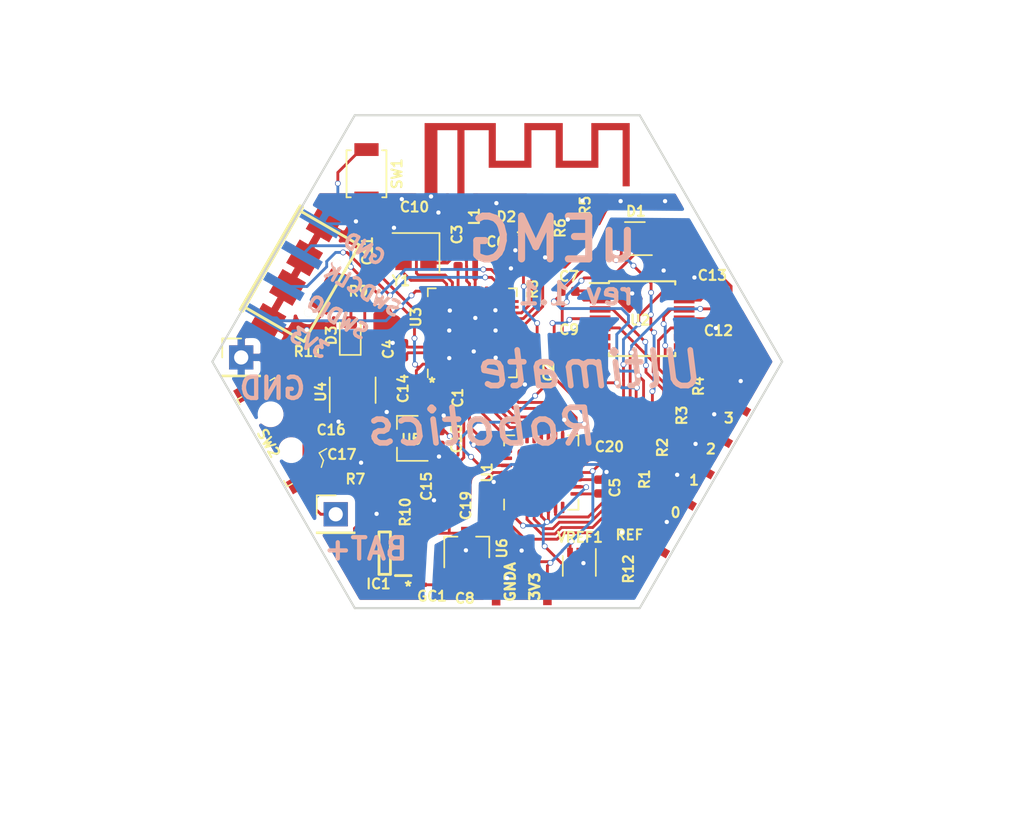
<source format=kicad_pcb>
(kicad_pcb (version 20171130) (host pcbnew 5.1.4-e60b266~84~ubuntu18.04.1)
  (layers (0 F.Cu signal) (31 B.Cu signal) (34 B.Paste user hide) (35 F.Paste user hide) (36 B.SilkS user) (37 F.SilkS user hide) (38 B.Mask user hide) (39 F.Mask user hide) (44 Edge.Cuts user))
  (net 0 "")
  (net 1 "Net-(AE1-Pad1)")
  (net 2 GNDA)
  (net 3 "Net-(C1-Pad1)")
  (net 4 +BATT)
  (net 5 GND)
  (net 6 ADC_CH2)
  (net 7 ADC_CH3)
  (net 8 GNDREF)
  (net 9 ADC_CH1)
  (net 10 ADC_CH0)
  (net 11 +3V3)
  (net 12 +3.3VA)
  (net 13 "Net-(D3-Pad2)")
  (net 14 "Net-(D3-Pad1)")
  (net 15 Analog_PWR)
  (net 16 "Net-(R6-Pad2)")
  (net 17 MCP_CLK)
  (net 18 SPI_CLK)
  (net 19 SPI_MISO)
  (net 20 SPI_MOSI)
  (net 21 MCP_RST)
  (net 22 SWDCLK)
  (net 23 SWDIO)
  (net 24 V_BAT)
  (net 25 Button)
  (net 26 +VSW)
  (net 27 "Net-(C3-Pad1)")
  (net 28 "Net-(C4-Pad1)")
  (net 29 "Net-(C5-Pad1)")
  (net 30 "Net-(C7-Pad2)")
  (net 31 "Net-(C10-Pad1)")
  (net 32 "Net-(C11-Pad1)")
  (net 33 "Net-(D2-Pad1)")
  (net 34 "Net-(D2-Pad2)")
  (net 35 "Net-(D2-Pad4)")
  (net 36 "Net-(R3-Pad2)")
  (net 37 "Net-(R4-Pad2)")
  (net 38 MCP_DR)
  (net 39 MCP_CS)
  (net 40 "Net-(C6-Pad2)")
  (net 41 "Net-(C9-Pad2)")
  (net 42 "Net-(C12-Pad2)")
  (net 43 "Net-(C13-Pad2)")
  (net 44 "Net-(C14-Pad1)")
  (net 45 "Net-(C19-Pad2)")
  (net 46 INPUT_CH0)
  (net 47 INPUT_CH1)
  (net 48 INPUT_CH2)
  (net 49 INPUT_CH3)
  (net 50 "Net-(R1-Pad2)")
  (net 51 "Net-(R2-Pad2)")
  (net 52 "Net-(R5-Pad2)")
  (net 53 "Net-(R8-Pad2)")
  (net 54 "Net-(R11-Pad2)")
  (module ultimate_library:LED_RGB_0603 (layer F.Cu) (at 112.68 107.12)
    (fp_text reference D2 (at -2.04 0.01) (layer F.SilkS) (effects (font (size 0.7 0.7))))
    (fp_text value "LED_ARGB(a3)")
    (pad 1 smd rect (at -0.7 -0.45 180) (size 0.7 0.6) (layers F.Cu F.Paste F.Mask) (net 33 "Net-(D2-Pad1)"))
    (pad 2 smd rect (at 0.6 -0.45 180) (size 0.7 0.6) (layers F.Cu F.Paste F.Mask) (net 34 "Net-(D2-Pad2)"))
    (pad 4 smd rect (at 0.6 0.45 180) (size 0.7 0.6) (layers F.Cu F.Paste F.Mask) (net 35 "Net-(D2-Pad4)"))
    (pad 3 smd rect (at -0.7 0.45 180) (size 0.7 0.6) (layers F.Cu F.Paste F.Mask) (net 11 +3V3))
  )
  (module ultimate_library:Slider_Switch_ali (layer F.Cu) (at 94.815929 122.250706 120)
    (fp_text reference SW2 (at -0.234571 -1.146288 120) (layer F.SilkS) (effects (font (size 0.7 0.7))))
    (fp_text value SW_SPDT)
    (pad 0 smd rect (at 3.7 1.15 120) (size 1 0.6) (layers F.Cu F.Paste F.Mask))
    (pad 0 smd rect (at 3.7 -1.15 120) (size 1 0.6) (layers F.Cu F.Paste F.Mask))
    (pad 0 smd rect (at -3.7 1.15 120) (size 1 0.6) (layers F.Cu F.Paste F.Mask))
    (pad 0 smd rect (at -3.7 -1.15 120) (size 1 0.6) (layers F.Cu F.Paste F.Mask))
    (pad "" np_thru_hole circle (at 1.45 0 120) (size 0.8 0.8) (drill 0.8) (layers *.Cu *.Mask))
    (pad "" np_thru_hole circle (at -1.45 0 120) (size 0.8 0.8) (drill 0.8) (layers *.Cu *.Mask))
    (pad 1 smd rect (at -2.2 1.85 120) (size 0.6 1) (layers F.Cu F.Paste F.Mask) (net 26 +VSW))
    (pad 2 smd rect (at -0.7 1.85 120) (size 0.6 1) (layers F.Cu F.Paste F.Mask) (net 4 +BATT))
    (pad 3 smd rect (at 2.2 1.85 120) (size 0.6 1) (layers F.Cu F.Paste F.Mask))
  )
  (module ultimate_library:conn_usb_B_micro_smd_our (layer F.Cu) (at 95.875 111.05 240)
    (fp_text reference J3)
    (fp_text value USB_B_Micro)
    (pad "" smd rect (at -1.19888 0 240) (size 1.89738 1.89738) (layers F.Cu F.Paste F.Mask) (net 5 GND))
    (pad "" smd rect (at 1.19888 0 240) (size 1.89738 1.89738) (layers F.Cu F.Paste F.Mask) (net 5 GND))
    (pad "" smd rect (at 3.9497 0 240) (size 1.9 1.9) (layers F.Cu F.Paste F.Mask) (net 5 GND))
    (pad "" smd rect (at -3.9497 0 240) (size 1.89738 1.89738) (layers F.Cu F.Paste F.Mask) (net 5 GND))
    (pad 1 smd rect (at -1.30048 -2.67462 240) (size 0.4 1.35) (layers F.Cu F.Paste F.Mask) (net 44 "Net-(C14-Pad1)"))
    (pad 2 smd rect (at -0.6477 -2.67462 240) (size 0.4 1.35) (layers F.Cu F.Paste F.Mask))
    (pad 3 smd rect (at 0 -2.67462 240) (size 0.4 1.35) (layers F.Cu F.Paste F.Mask))
    (pad 4 smd rect (at 0.6477 -2.67462 240) (size 0.4 1.35) (layers F.Cu F.Paste F.Mask))
    (pad 5 smd rect (at 1.30048 -2.67462 240) (size 0.4 1.35) (layers F.Cu F.Paste F.Mask) (net 5 GND))
    (pad "" np_thru_hole circle (at 2 -2.15 240) (size 0.6 0.6) (drill 0.6) (layers *.Cu *.Mask F.SilkS))
    (pad "" np_thru_hole circle (at -2 -2.15 240) (size 0.6 0.6) (drill 0.6) (layers *.Cu *.Mask F.SilkS))
  )
  (module Buttons_Switches_SMD:SW_SPST_B3U-1000P (layer F.Cu) (at 100.82 104.11 270)
    (fp_text reference SW1 (at 0 -2.14 270) (layer F.SilkS) (effects (font (size 0.7 0.7))))
    (fp_text value SW_Push)
    (pad 2 smd rect (at 1.7 0 270) (size 0.9 1.7) (layers F.Cu F.Paste F.Mask) (net 25 Button))
    (pad 1 smd rect (at -1.7 0 270) (size 0.9 1.7) (layers F.Cu F.Paste F.Mask) (net 5 GND))
  )
  (module RF_Antennas:Texas_SWRA117D_2.4GHz_Right (layer F.Cu) (at 107.45 105.7)
    (fp_text reference AE1)
    (fp_text value Antenna)
    (fp_poly (pts (xy 2.45 -2.51) (xy 4.45 -2.51) (xy 4.45 -5.15) (xy 7.15 -5.15) (xy 7.15 -2.51) (xy 9.15 -2.51) (xy 9.15 -5.15) (xy 11.85 -5.15) (xy 11.85 -0.71) (xy 11.35 -0.71) (xy 11.35 -4.65) (xy 9.65 -4.65) (xy 9.65 -2.01) (xy 6.65 -2.01) (xy 6.65 -4.65) (xy 4.95 -4.65) (xy 4.95 -2.01) (xy 1.95 -2.01) (xy 1.95 -4.65) (xy 0.25 -4.65) (xy 0.25 0.25) (xy -0.25 0.25) (xy -0.25 -4.65) (xy -1.65 -4.65) (xy -1.65 0.25) (xy -2.55 0.25) (xy -2.55 0.006785) (xy -2.247583 0.006785) (xy -2.237742 0.054395) (xy -2.213674 0.096797) (xy -2.175731 0.129581) (xy -2.167819 0.133935) (xy -2.125156 0.146043) (xy -2.076637 0.1453) (xy -2.031122 0.1324) (xy -2.012511 0.121787) (xy -1.978868 0.086553) (xy -1.958309 0.041368) (xy -1.951778 -0.008158) (xy -1.960218 -0.056417) (xy -1.977112 -0.088643) (xy -2.012372 -0.121313) (xy -2.057682 -0.141408) (xy -2.107267 -0.147982) (xy -2.155353 -0.140092) (xy -2.188245 -0.123186) (xy -2.223185 -0.086416) (xy -2.242847 -0.041622) (xy -2.247583 0.006785) (xy -2.55 0.006785) (xy -2.55 -5.15) (xy 2.45 -5.15) (xy 2.45 -2.51)) (layer F.Cu) (width 0))
    (pad 1 connect rect (at 0 0) (size 0.5 0.5) (layers F.Cu) (net 1 "Net-(AE1-Pad1)"))
    (pad 2 thru_hole rect (at -2.1 0) (size 0.9 0.5) (drill 0.3) (layers *.Cu) (net 5 GND))
  )
  (module TO_SOT_Packages_SMD:SOT-363_SC-70-6 (layer F.Cu) (at 119.66 108.66 180)
    (fp_text reference D1 (at -0.07 1.92 180) (layer F.SilkS) (effects (font (size 0.7 0.7))))
    (fp_text value BAV70S)
    (pad 1 smd rect (at -0.95 -0.65 180) (size 0.65 0.4) (layers F.Cu F.Paste F.Mask) (net 9 ADC_CH1))
    (pad 3 smd rect (at -0.95 0.65 180) (size 0.65 0.4) (layers F.Cu F.Paste F.Mask) (net 8 GNDREF))
    (pad 5 smd rect (at 0.95 0 180) (size 0.65 0.4) (layers F.Cu F.Paste F.Mask) (net 10 ADC_CH0))
    (pad 2 smd rect (at -0.95 0 180) (size 0.65 0.4) (layers F.Cu F.Paste F.Mask) (net 7 ADC_CH3))
    (pad 4 smd rect (at 0.95 0.65 180) (size 0.65 0.4) (layers F.Cu F.Paste F.Mask) (net 6 ADC_CH2))
    (pad 6 smd rect (at 0.95 -0.65 180) (size 0.65 0.4) (layers F.Cu F.Paste F.Mask) (net 8 GNDREF))
  )
  (module SIP32509DT-T1-GE3:SOT95P284X110-6N (layer F.Cu) (at 102.1 130.74 180)
    (fp_text reference IC1 (at 0.44 -2.16 180) (layer F.SilkS) (effects (font (size 0.7 0.7))))
    (fp_text value SIP32509DT-T1-GE3 hide)
    (pad 1 smd rect (at -1.3 -0.95 270) (size 0.55 1.1) (layers F.Cu F.Paste F.Mask) (net 45 "Net-(C19-Pad2)"))
    (pad 2 smd rect (at -1.3 0 270) (size 0.55 1.1) (layers F.Cu F.Paste F.Mask) (net 45 "Net-(C19-Pad2)"))
    (pad 3 smd rect (at -1.3 0.95 270) (size 0.55 1.1) (layers F.Cu F.Paste F.Mask) (net 15 Analog_PWR))
    (pad 4 smd rect (at 1.3 0.95 270) (size 0.55 1.1) (layers F.Cu F.Paste F.Mask) (net 5 GND))
    (pad 5 smd rect (at 1.3 0 270) (size 0.55 1.1) (layers F.Cu F.Paste F.Mask) (net 26 +VSW))
    (pad 6 smd rect (at 1.3 -0.95 270) (size 0.55 1.1) (layers F.Cu F.Paste F.Mask) (net 26 +VSW))
  )
  (module ultimate_library:Crystal_SMD_2520-4pin_2.5x2.0mm (layer F.Cu) (at 104.295 109.67 180)
    (fp_text reference Y1 (at 1.055 -1.95 180) (layer F.SilkS) (effects (font (size 0.7 0.7))))
    (fp_text value Crystal_GND24)
    (pad 1 smd rect (at -0.875 0.7 180) (size 1.15 1) (layers F.Cu F.Paste F.Mask) (net 31 "Net-(C10-Pad1)"))
    (pad 2 smd rect (at 0.875 0.7 180) (size 1.15 1) (layers F.Cu F.Paste F.Mask) (net 5 GND))
    (pad 3 smd rect (at 0.875 -0.7 180) (size 1.15 1) (layers F.Cu F.Paste F.Mask) (net 32 "Net-(C11-Pad1)"))
    (pad 4 smd rect (at -0.875 -0.7 180) (size 1.15 1) (layers F.Cu F.Paste F.Mask) (net 5 GND))
  )
  (module Capacitor_SMD:C_0402_1005Metric (layer F.Cu) (at 106.06 119.835 270)
    (fp_text reference C1 (at 0 -1.17 90) (layer F.SilkS) (effects (font (size 0.7 0.7))))
    (fp_text value "120 nF")
    (pad 1 smd roundrect (at -0.485 0 270) (size 0.59 0.64) (layers F.Cu F.Paste F.Mask) (net 3 "Net-(C1-Pad1)"))
    (pad 2 smd roundrect (at 0.485 0 270) (size 0.59 0.64) (layers F.Cu F.Paste F.Mask) (net 5 GND))
  )
  (module Capacitor_SMD:C_0402_1005Metric (layer F.Cu) (at 112.67 117.995 90)
    (fp_text reference C2 (at -0.015 0.95 90) (layer F.SilkS) (effects (font (size 0.7 0.7))))
    (fp_text value "120 nF")
    (pad 2 smd roundrect (at 0.485 0 90) (size 0.59 0.64) (layers F.Cu F.Paste F.Mask) (net 11 +3V3))
    (pad 1 smd roundrect (at -0.485 0 90) (size 0.59 0.64) (layers F.Cu F.Paste F.Mask) (net 5 GND))
  )
  (module Capacitor_SMD:C_0402_1005Metric (layer F.Cu) (at 107.25 110.105 90)
    (fp_text reference C3 (at 1.735 -0.08 90) (layer F.SilkS) (effects (font (size 0.7 0.7))))
    (fp_text value "100 pF")
    (pad 2 smd roundrect (at 0.485 0 90) (size 0.59 0.64) (layers F.Cu F.Paste F.Mask) (net 5 GND))
    (pad 1 smd roundrect (at -0.485 0 90) (size 0.59 0.64) (layers F.Cu F.Paste F.Mask) (net 27 "Net-(C3-Pad1)"))
  )
  (module Capacitor_SMD:C_0402_1005Metric (layer F.Cu) (at 103.43 116.49 90)
    (fp_text reference C4 (at 0.07 -1.08 90) (layer F.SilkS) (effects (font (size 0.7 0.7))))
    (fp_text value "1 uF")
    (pad 1 smd roundrect (at -0.485 0 90) (size 0.59 0.64) (layers F.Cu F.Paste F.Mask) (net 28 "Net-(C4-Pad1)"))
    (pad 2 smd roundrect (at 0.485 0 90) (size 0.59 0.64) (layers F.Cu F.Paste F.Mask) (net 5 GND))
  )
  (module Capacitor_SMD:C_0402_1005Metric (layer F.Cu) (at 117.13 126.065 90)
    (fp_text reference C5 (at -0.075 1.13 90) (layer F.SilkS) (effects (font (size 0.7 0.7))))
    (fp_text value "120 nF (NP0)")
    (pad 2 smd roundrect (at 0.485 0 90) (size 0.59 0.64) (layers F.Cu F.Paste F.Mask) (net 2 GNDA))
    (pad 1 smd roundrect (at -0.485 0 90) (size 0.59 0.64) (layers F.Cu F.Paste F.Mask) (net 29 "Net-(C5-Pad1)"))
  )
  (module Capacitor_SMD:C_0402_1005Metric (layer F.Cu) (at 109.925 109.85 180)
    (fp_text reference C6 (at 0.005 0.97) (layer F.SilkS) (effects (font (size 0.7 0.7))))
    (fp_text value "0.8 pF")
    (pad 1 smd roundrect (at -0.485 0 180) (size 0.59 0.64) (layers F.Cu F.Paste F.Mask) (net 5 GND))
    (pad 2 smd roundrect (at 0.485 0 180) (size 0.59 0.64) (layers F.Cu F.Paste F.Mask) (net 40 "Net-(C6-Pad2)"))
  )
  (module Capacitor_SMD:C_0402_1005Metric (layer F.Cu) (at 107.765 132.91 180)
    (fp_text reference C8 (at 0.045 -1) (layer F.SilkS) (effects (font (size 0.7 0.7))))
    (fp_text value "120 nF")
    (pad 2 smd roundrect (at 0.485 0 180) (size 0.59 0.64) (layers F.Cu F.Paste F.Mask) (net 2 GNDA))
    (pad 1 smd roundrect (at -0.485 0 180) (size 0.59 0.64) (layers F.Cu F.Paste F.Mask) (net 12 +3.3VA))
  )
  (module Capacitor_SMD:C_0402_1005Metric (layer F.Cu) (at 104.285 107.38 180)
    (fp_text reference C10 (at 0.095 0.94) (layer F.SilkS) (effects (font (size 0.7 0.7))))
    (fp_text value "12 pF")
    (pad 1 smd roundrect (at -0.485 0 180) (size 0.59 0.64) (layers F.Cu F.Paste F.Mask) (net 31 "Net-(C10-Pad1)"))
    (pad 2 smd roundrect (at 0.485 0 180) (size 0.59 0.64) (layers F.Cu F.Paste F.Mask) (net 5 GND))
  )
  (module Capacitor_SMD:C_0402_1005Metric (layer F.Cu) (at 101.87 109.585 90)
    (fp_text reference C11 (at 0.065 -0.98 90) (layer F.SilkS) (effects (font (size 0.7 0.7))))
    (fp_text value "12 pF")
    (pad 2 smd roundrect (at 0.485 0 90) (size 0.59 0.64) (layers F.Cu F.Paste F.Mask) (net 5 GND))
    (pad 1 smd roundrect (at -0.485 0 90) (size 0.59 0.64) (layers F.Cu F.Paste F.Mask) (net 32 "Net-(C11-Pad1)"))
  )
  (module Capacitor_SMD:C_0402_1005Metric (layer F.Cu) (at 102.22 119.185 270)
    (fp_text reference C14 (at 0 -1.17 90) (layer F.SilkS) (effects (font (size 0.7 0.7))))
    (fp_text value "4.7 uF")
    (pad 2 smd roundrect (at 0.485 0 270) (size 0.59 0.64) (layers F.Cu F.Paste F.Mask) (net 5 GND))
    (pad 1 smd roundrect (at -0.485 0 270) (size 0.59 0.64) (layers F.Cu F.Paste F.Mask) (net 44 "Net-(C14-Pad1)"))
  )
  (module Capacitor_SMD:C_0402_1005Metric (layer F.Cu) (at 103.85 125.855 90)
    (fp_text reference C15 (at -0.195 1.18 90) (layer F.SilkS) (effects (font (size 0.7 0.7))))
    (fp_text value "120 nF")
    (pad 1 smd roundrect (at -0.485 0 90) (size 0.59 0.64) (layers F.Cu F.Paste F.Mask) (net 24 V_BAT))
    (pad 2 smd roundrect (at 0.485 0 90) (size 0.59 0.64) (layers F.Cu F.Paste F.Mask) (net 5 GND))
  )
  (module Capacitor_SMD:C_0402_1005Metric (layer F.Cu) (at 100.345 122.11)
    (fp_text reference C16 (at -2.005 -0.02) (layer F.SilkS) (effects (font (size 0.7 0.7))))
    (fp_text value "1 uF")
    (pad 1 smd roundrect (at -0.485 0) (size 0.59 0.64) (layers F.Cu F.Paste F.Mask) (net 5 GND))
    (pad 2 smd roundrect (at 0.485 0) (size 0.59 0.64) (layers F.Cu F.Paste F.Mask) (net 4 +BATT))
  )
  (module Capacitor_SMD:C_0402_1005Metric (layer F.Cu) (at 101.055 123.73)
    (fp_text reference C17 (at -1.965 0.08) (layer F.SilkS) (effects (font (size 0.7 0.7))))
    (fp_text value "1 uF")
    (pad 2 smd roundrect (at 0.485 0) (size 0.59 0.64) (layers F.Cu F.Paste F.Mask) (net 26 +VSW))
    (pad 1 smd roundrect (at -0.485 0) (size 0.59 0.64) (layers F.Cu F.Paste F.Mask) (net 5 GND))
  )
  (module Capacitor_SMD:C_0402_1005Metric (layer F.Cu) (at 105.99 122.655 90)
    (fp_text reference C18 (at -0.055 1.15 90) (layer F.SilkS) (effects (font (size 0.7 0.7))))
    (fp_text value "1 uF")
    (pad 1 smd roundrect (at -0.485 0 90) (size 0.59 0.64) (layers F.Cu F.Paste F.Mask) (net 5 GND))
    (pad 2 smd roundrect (at 0.485 0 90) (size 0.59 0.64) (layers F.Cu F.Paste F.Mask) (net 11 +3V3))
  )
  (module Capacitor_SMD:C_0402_1005Metric (layer F.Cu) (at 106.63 127.425 270)
    (fp_text reference C19 (at -0.025 -1.17 90) (layer F.SilkS) (effects (font (size 0.7 0.7))))
    (fp_text value "1 uF")
    (pad 2 smd roundrect (at 0.485 0 270) (size 0.59 0.64) (layers F.Cu F.Paste F.Mask) (net 45 "Net-(C19-Pad2)"))
    (pad 1 smd roundrect (at -0.485 0 270) (size 0.59 0.64) (layers F.Cu F.Paste F.Mask) (net 5 GND))
  )
  (module Capacitor_SMD:C_0402_1005Metric (layer F.Cu) (at 117.815 124.35 180)
    (fp_text reference C20 (at -0.055 1.08) (layer F.SilkS) (effects (font (size 0.7 0.7))))
    (fp_text value "1 uF")
    (pad 1 smd roundrect (at -0.485 0 180) (size 0.59 0.64) (layers F.Cu F.Paste F.Mask) (net 2 GNDA))
    (pad 2 smd roundrect (at 0.485 0 180) (size 0.59 0.64) (layers F.Cu F.Paste F.Mask) (net 12 +3.3VA))
  )
  (module LED_SMD:LED_0603_1608Metric (layer F.Cu) (at 99.68 115.34 90)
    (fp_text reference D3 (at -0.12 -1.33 90) (layer F.SilkS) (effects (font (size 0.7 0.7))))
    (fp_text value LED)
    (pad 1 smd roundrect (at -0.7875 0 90) (size 0.875 0.95) (layers F.Cu F.Paste F.Mask) (net 14 "Net-(D3-Pad1)"))
    (pad 2 smd roundrect (at 0.7875 0 90) (size 0.875 0.95) (layers F.Cu F.Paste F.Mask) (net 13 "Net-(D3-Pad2)"))
  )
  (module ultimate_library:GND_CONN (layer F.Cu) (at 105.4 132.96)
    (fp_text reference GC1 (at 0.02 0.8) (layer F.SilkS) (effects (font (size 0.7 0.7))))
    (fp_text value GND_CONN)
    (fp_line (start -0.5 0) (end 0.5 0) (layer F.Cu) (width 0.2))
    (pad 1 smd rect (at -0.5 0) (size 0.3 0.3) (layers F.Cu F.Paste F.Mask) (net 5 GND))
    (pad 2 smd rect (at 0.5 0) (size 0.3 0.3) (layers F.Cu F.Paste F.Mask) (net 2 GNDA))
  )
  (module Inductor_SMD:L_0402_1005Metric (layer F.Cu) (at 108.45 108.795 270)
    (fp_text reference L1 (at -1.685 0.06 90) (layer F.SilkS) (effects (font (size 0.7 0.7))))
    (fp_text value "3.9 nH")
    (pad 1 smd roundrect (at -0.485 0 270) (size 0.59 0.64) (layers F.Cu F.Paste F.Mask) (net 1 "Net-(AE1-Pad1)"))
    (pad 2 smd roundrect (at 0.485 0 270) (size 0.59 0.64) (layers F.Cu F.Paste F.Mask) (net 40 "Net-(C6-Pad2)"))
  )
  (module Resistor_SMD:R_0402_1005Metric (layer F.Cu) (at 118.15 131.185 90)
    (fp_text reference R12 (at -0.665 1.06 90) (layer F.SilkS) (effects (font (size 0.7 0.7))))
    (fp_text value 6.8k)
    (pad 2 smd roundrect (at 0.485 0 90) (size 0.59 0.64) (layers F.Cu F.Paste F.Mask) (net 12 +3.3VA))
    (pad 1 smd roundrect (at -0.485 0 90) (size 0.59 0.64) (layers F.Cu F.Paste F.Mask) (net 8 GNDREF))
  )
  (module Resistor_SMD:R_0402_1005Metric (layer F.Cu) (at 116.17 108.015 270)
    (fp_text reference R5 (at -1.665 0 90) (layer F.SilkS) (effects (font (size 0.7 0.7))))
    (fp_text value 2k)
    (pad 1 smd roundrect (at -0.485 0 270) (size 0.59 0.64) (layers F.Cu F.Paste F.Mask) (net 33 "Net-(D2-Pad1)"))
    (pad 2 smd roundrect (at 0.485 0 270) (size 0.59 0.64) (layers F.Cu F.Paste F.Mask) (net 52 "Net-(R5-Pad2)"))
  )
  (module Resistor_SMD:R_0402_1005Metric (layer F.Cu) (at 114.29 109.605 270)
    (fp_text reference R6 (at -1.685 -0.13 90) (layer F.SilkS) (effects (font (size 0.7 0.7))))
    (fp_text value 2k)
    (pad 2 smd roundrect (at 0.485 0 270) (size 0.59 0.64) (layers F.Cu F.Paste F.Mask) (net 16 "Net-(R6-Pad2)"))
    (pad 1 smd roundrect (at -0.485 0 270) (size 0.59 0.64) (layers F.Cu F.Paste F.Mask) (net 34 "Net-(D2-Pad2)"))
  )
  (module Resistor_SMD:R_0402_1005Metric (layer F.Cu) (at 101.865 125.53 180)
    (fp_text reference R7 (at 1.825 -0.01) (layer F.SilkS) (effects (font (size 0.7 0.7))))
    (fp_text value 510k)
    (pad 1 smd roundrect (at -0.485 0 180) (size 0.59 0.64) (layers F.Cu F.Paste F.Mask) (net 24 V_BAT))
    (pad 2 smd roundrect (at 0.485 0 180) (size 0.59 0.64) (layers F.Cu F.Paste F.Mask) (net 26 +VSW))
  )
  (module Resistor_SMD:R_0402_1005Metric (layer F.Cu) (at 112.43 110.435 270)
    (fp_text reference R8 (at 1.775 -0.05 90) (layer F.SilkS) (effects (font (size 0.7 0.7))))
    (fp_text value 2k)
    (pad 1 smd roundrect (at -0.485 0 270) (size 0.59 0.64) (layers F.Cu F.Paste F.Mask) (net 35 "Net-(D2-Pad4)"))
    (pad 2 smd roundrect (at 0.485 0 270) (size 0.59 0.64) (layers F.Cu F.Paste F.Mask) (net 53 "Net-(R8-Pad2)"))
  )
  (module Resistor_SMD:R_0402_1005Metric (layer F.Cu) (at 100.215 113.28)
    (fp_text reference R9 (at 0.035 -0.92) (layer F.SilkS) (effects (font (size 0.7 0.7))))
    (fp_text value 2k)
    (pad 2 smd roundrect (at 0.485 0) (size 0.59 0.64) (layers F.Cu F.Paste F.Mask) (net 44 "Net-(C14-Pad1)"))
    (pad 1 smd roundrect (at -0.485 0) (size 0.59 0.64) (layers F.Cu F.Paste F.Mask) (net 13 "Net-(D3-Pad2)"))
  )
  (module Resistor_SMD:R_0402_1005Metric (layer F.Cu) (at 102.36 127.215 90)
    (fp_text reference R10 (at -0.645 1.18 90) (layer F.SilkS) (effects (font (size 0.7 0.7))))
    (fp_text value 100k)
    (pad 1 smd roundrect (at -0.485 0 90) (size 0.59 0.64) (layers F.Cu F.Paste F.Mask) (net 5 GND))
    (pad 2 smd roundrect (at 0.485 0 90) (size 0.59 0.64) (layers F.Cu F.Paste F.Mask) (net 24 V_BAT))
  )
  (module Resistor_SMD:R_0402_1005Metric (layer F.Cu) (at 96.715 117.65)
    (fp_text reference R11 (at 0.015 -1.06) (layer F.SilkS) (effects (font (size 0.7 0.7))))
    (fp_text value 6.8k)
    (pad 2 smd roundrect (at 0.485 0) (size 0.59 0.64) (layers F.Cu F.Paste F.Mask) (net 54 "Net-(R11-Pad2)"))
    (pad 1 smd roundrect (at -0.485 0) (size 0.59 0.64) (layers F.Cu F.Paste F.Mask) (net 5 GND))
  )
  (module ultimate_library:SWD_CONNECTOR (layer B.Cu) (at 95.66 110.92 330)
    (fp_text reference SC1)
    (fp_text value SWD_CONN)
    (fp_text user GND (at 3.575 -3.81 330) (layer B.SilkS) (effects (font (thickness 0.25)) (justify mirror)))
    (fp_text user SWDCLK (at 4.925 -1.27 330) (layer B.SilkS) (effects (font (thickness 0.25)) (justify mirror)))
    (fp_text user SWDIO (at 4.350001 1.27 330) (layer B.SilkS) (effects (font (thickness 0.25)) (justify mirror)))
    (fp_text user 3V3 (at 3.5 3.81 330) (layer B.SilkS) (effects (font (thickness 0.25)) (justify mirror)))
    (pad 1 smd rect (at 0 -3.81 330) (size 3 0.65) (layers B.Cu B.Paste B.Mask) (net 5 GND))
    (pad 2 smd rect (at 0 -1.27 330) (size 3 0.65) (layers B.Cu B.Paste B.Mask) (net 22 SWDCLK))
    (pad 3 smd rect (at 0 1.27 330) (size 3 0.65) (layers B.Cu B.Paste B.Mask) (net 23 SWDIO))
    (pad 4 smd rect (at 0 3.81 330) (size 3 0.65) (layers B.Cu B.Paste B.Mask) (net 11 +3V3))
  )
  (module Package_DFN_QFN:QFN-28-1EP_5x5mm_P0.5mm_EP3.35x3.35mm (layer F.Cu) (at 113.09 125.08 90)
    (fp_text reference U1 (at 0 -3.8 90) (layer F.SilkS) (effects (font (size 0.7 0.7))))
    (fp_text value MCP3912)
    (pad 29 smd roundrect (at 0 0 90) (size 3.35 3.35) (layers F.Cu F.Mask) (roundrect_rratio 0.074627) (net 2 GNDA))
    (pad 1 smd roundrect (at -2.45 -1.5 90) (size 0.8 0.25) (layers F.Cu F.Paste F.Mask) (net 8 GNDREF))
    (pad 2 smd roundrect (at -2.45 -1 90) (size 0.8 0.25) (layers F.Cu F.Paste F.Mask) (net 9 ADC_CH1))
    (pad 3 smd roundrect (at -2.45 -0.5 90) (size 0.8 0.25) (layers F.Cu F.Paste F.Mask) (net 6 ADC_CH2))
    (pad 4 smd roundrect (at -2.45 0 90) (size 0.8 0.25) (layers F.Cu F.Paste F.Mask) (net 8 GNDREF))
    (pad 5 smd roundrect (at -2.45 0.5 90) (size 0.8 0.25) (layers F.Cu F.Paste F.Mask) (net 8 GNDREF))
    (pad 6 smd roundrect (at -2.45 1 90) (size 0.8 0.25) (layers F.Cu F.Paste F.Mask) (net 7 ADC_CH3))
    (pad 7 smd roundrect (at -2.45 1.5 90) (size 0.8 0.25) (layers F.Cu F.Paste F.Mask))
    (pad 8 smd roundrect (at -1.5 2.45 90) (size 0.25 0.8) (layers F.Cu F.Paste F.Mask) (net 29 "Net-(C5-Pad1)"))
    (pad 9 smd roundrect (at -1 2.45 90) (size 0.25 0.8) (layers F.Cu F.Paste F.Mask) (net 8 GNDREF))
    (pad 10 smd roundrect (at -0.5 2.45 90) (size 0.25 0.8) (layers F.Cu F.Paste F.Mask) (net 2 GNDA))
    (pad 11 smd roundrect (at 0 2.45 90) (size 0.25 0.8) (layers F.Cu F.Paste F.Mask) (net 12 +3.3VA))
    (pad 12 smd roundrect (at 0.5 2.45 90) (size 0.25 0.8) (layers F.Cu F.Paste F.Mask) (net 11 +3V3))
    (pad 13 smd roundrect (at 1 2.45 90) (size 0.25 0.8) (layers F.Cu F.Paste F.Mask) (net 5 GND))
    (pad 14 smd roundrect (at 1.5 2.45 90) (size 0.25 0.8) (layers F.Cu F.Paste F.Mask) (net 38 MCP_DR))
    (pad 15 smd roundrect (at 2.45 1.5 90) (size 0.8 0.25) (layers F.Cu F.Paste F.Mask) (net 5 GND))
    (pad 16 smd roundrect (at 2.45 1 90) (size 0.8 0.25) (layers F.Cu F.Paste F.Mask) (net 17 MCP_CLK))
    (pad 17 smd roundrect (at 2.45 0.5 90) (size 0.8 0.25) (layers F.Cu F.Paste F.Mask))
    (pad 18 smd roundrect (at 2.45 0 90) (size 0.8 0.25) (layers F.Cu F.Paste F.Mask) (net 39 MCP_CS))
    (pad 19 smd roundrect (at 2.45 -0.5 90) (size 0.8 0.25) (layers F.Cu F.Paste F.Mask) (net 18 SPI_CLK))
    (pad 20 smd roundrect (at 2.45 -1 90) (size 0.8 0.25) (layers F.Cu F.Paste F.Mask) (net 19 SPI_MISO))
    (pad 21 smd roundrect (at 2.45 -1.5 90) (size 0.8 0.25) (layers F.Cu F.Paste F.Mask) (net 20 SPI_MOSI))
    (pad 22 smd roundrect (at 1.5 -2.45 90) (size 0.25 0.8) (layers F.Cu F.Paste F.Mask) (net 21 MCP_RST))
    (pad 23 smd roundrect (at 1 -2.45 90) (size 0.25 0.8) (layers F.Cu F.Paste F.Mask) (net 5 GND))
    (pad 24 smd roundrect (at 0.5 -2.45 90) (size 0.25 0.8) (layers F.Cu F.Paste F.Mask) (net 11 +3V3))
    (pad 25 smd roundrect (at 0 -2.45 90) (size 0.25 0.8) (layers F.Cu F.Paste F.Mask) (net 12 +3.3VA))
    (pad 26 smd roundrect (at -0.5 -2.45 90) (size 0.25 0.8) (layers F.Cu F.Paste F.Mask) (net 2 GNDA))
    (pad 27 smd roundrect (at -1 -2.45 90) (size 0.25 0.8) (layers F.Cu F.Paste F.Mask) (net 10 ADC_CH0))
    (pad 28 smd roundrect (at -1.5 -2.45 90) (size 0.25 0.8) (layers F.Cu F.Paste F.Mask) (net 8 GNDREF))
  )
  (module ultimate_library:QFN-48-1EP_6x6mm_Pitch0.4mm (layer F.Cu) (at 108.25 115.275 90)
    (fp_text reference U3 (at 1.105 -3.96 90) (layer F.SilkS) (effects (font (size 0.7 0.7))))
    (fp_text value nRF52832-QFxx)
    (pad 49 smd rect (at 0 0 90) (size 4.4 4.4) (layers F.Cu F.Mask) (net 5 GND))
    (pad 48 smd rect (at -2.2 -2.925 180) (size 0.65 0.2) (layers F.Cu F.Paste F.Mask) (net 11 +3V3))
    (pad 47 smd rect (at -1.8 -2.925 180) (size 0.65 0.2) (layers F.Cu F.Paste F.Mask))
    (pad 46 smd rect (at -1.4 -2.925 180) (size 0.65 0.2) (layers F.Cu F.Paste F.Mask) (net 28 "Net-(C4-Pad1)"))
    (pad 45 smd rect (at -1 -2.925 180) (size 0.65 0.2) (layers F.Cu F.Paste F.Mask) (net 5 GND))
    (pad 44 smd rect (at -0.6 -2.925 180) (size 0.65 0.2) (layers F.Cu F.Paste F.Mask))
    (pad 43 smd rect (at -0.2 -2.925 180) (size 0.65 0.2) (layers F.Cu F.Paste F.Mask))
    (pad 42 smd rect (at 0.2 -2.925 180) (size 0.65 0.2) (layers F.Cu F.Paste F.Mask))
    (pad 41 smd rect (at 0.6 -2.925 180) (size 0.65 0.2) (layers F.Cu F.Paste F.Mask))
    (pad 40 smd rect (at 1 -2.925 180) (size 0.65 0.2) (layers F.Cu F.Paste F.Mask) (net 25 Button))
    (pad 39 smd rect (at 1.4 -2.925 180) (size 0.65 0.2) (layers F.Cu F.Paste F.Mask))
    (pad 38 smd rect (at 1.8 -2.925 180) (size 0.65 0.2) (layers F.Cu F.Paste F.Mask))
    (pad 37 smd rect (at 2.2 -2.925 180) (size 0.65 0.2) (layers F.Cu F.Paste F.Mask))
    (pad 36 smd rect (at 2.925 -2.2 90) (size 0.65 0.2) (layers F.Cu F.Paste F.Mask) (net 11 +3V3))
    (pad 35 smd rect (at 2.925 -1.8 90) (size 0.65 0.2) (layers F.Cu F.Paste F.Mask) (net 32 "Net-(C11-Pad1)"))
    (pad 34 smd rect (at 2.925 -1.4 90) (size 0.65 0.2) (layers F.Cu F.Paste F.Mask) (net 31 "Net-(C10-Pad1)"))
    (pad 33 smd rect (at 2.925 -1 90) (size 0.65 0.2) (layers F.Cu F.Paste F.Mask) (net 27 "Net-(C3-Pad1)"))
    (pad 32 smd rect (at 2.925 -0.6 90) (size 0.65 0.2) (layers F.Cu F.Paste F.Mask))
    (pad 31 smd rect (at 2.925 -0.2 90) (size 0.65 0.2) (layers F.Cu F.Paste F.Mask) (net 5 GND))
    (pad 30 smd rect (at 2.925 0.2 90) (size 0.65 0.2) (layers F.Cu F.Paste F.Mask) (net 40 "Net-(C6-Pad2)"))
    (pad 29 smd rect (at 2.925 0.6 90) (size 0.65 0.2) (layers F.Cu F.Paste F.Mask))
    (pad 28 smd rect (at 2.925 1 90) (size 0.65 0.2) (layers F.Cu F.Paste F.Mask))
    (pad 27 smd rect (at 2.925 1.4 90) (size 0.65 0.2) (layers F.Cu F.Paste F.Mask))
    (pad 26 smd rect (at 2.925 1.8 90) (size 0.65 0.2) (layers F.Cu F.Paste F.Mask) (net 23 SWDIO))
    (pad 25 smd rect (at 2.925 2.2 90) (size 0.65 0.2) (layers F.Cu F.Paste F.Mask) (net 22 SWDCLK))
    (pad 24 smd rect (at 2.2 2.925 180) (size 0.65 0.2) (layers F.Cu F.Paste F.Mask))
    (pad 23 smd rect (at 1.8 2.925 180) (size 0.65 0.2) (layers F.Cu F.Paste F.Mask))
    (pad 22 smd rect (at 1.4 2.925 180) (size 0.65 0.2) (layers F.Cu F.Paste F.Mask) (net 53 "Net-(R8-Pad2)"))
    (pad 21 smd rect (at 1 2.925 180) (size 0.65 0.2) (layers F.Cu F.Paste F.Mask) (net 16 "Net-(R6-Pad2)"))
    (pad 20 smd rect (at 0.6 2.925 180) (size 0.65 0.2) (layers F.Cu F.Paste F.Mask) (net 52 "Net-(R5-Pad2)"))
    (pad 19 smd rect (at 0.2 2.925 180) (size 0.65 0.2) (layers F.Cu F.Paste F.Mask))
    (pad 18 smd rect (at -0.2 2.925 180) (size 0.65 0.2) (layers F.Cu F.Paste F.Mask))
    (pad 17 smd rect (at -0.6 2.925 180) (size 0.65 0.2) (layers F.Cu F.Paste F.Mask))
    (pad 16 smd rect (at -1 2.925 180) (size 0.65 0.2) (layers F.Cu F.Paste F.Mask))
    (pad 15 smd rect (at -1.4 2.925 180) (size 0.65 0.2) (layers F.Cu F.Paste F.Mask))
    (pad 14 smd rect (at -1.8 2.925 180) (size 0.65 0.2) (layers F.Cu F.Paste F.Mask))
    (pad 13 smd rect (at -2.2 2.925 180) (size 0.65 0.2) (layers F.Cu F.Paste F.Mask) (net 11 +3V3))
    (pad 12 smd rect (at -2.925 2.2 90) (size 0.65 0.2) (layers F.Cu F.Paste F.Mask) (net 38 MCP_DR))
    (pad 11 smd rect (at -2.925 1.8 90) (size 0.65 0.2) (layers F.Cu F.Paste F.Mask) (net 17 MCP_CLK))
    (pad 10 smd rect (at -2.925 1.4 90) (size 0.65 0.2) (layers F.Cu F.Paste F.Mask) (net 39 MCP_CS))
    (pad 9 smd rect (at -2.925 1 90) (size 0.65 0.2) (layers F.Cu F.Paste F.Mask) (net 18 SPI_CLK))
    (pad 8 smd rect (at -2.925 0.6 90) (size 0.65 0.2) (layers F.Cu F.Paste F.Mask) (net 19 SPI_MISO))
    (pad 7 smd rect (at -2.925 0.2 90) (size 0.65 0.2) (layers F.Cu F.Paste F.Mask) (net 20 SPI_MOSI))
    (pad 6 smd rect (at -2.925 -0.2 90) (size 0.65 0.2) (layers F.Cu F.Paste F.Mask) (net 21 MCP_RST))
    (pad 5 smd rect (at -2.925 -0.6 90) (size 0.65 0.2) (layers F.Cu F.Paste F.Mask) (net 15 Analog_PWR))
    (pad 4 smd rect (at -2.925 -1 90) (size 0.65 0.2) (layers F.Cu F.Paste F.Mask) (net 24 V_BAT))
    (pad 3 smd rect (at -2.925 -1.4 90) (size 0.65 0.2) (layers F.Cu F.Paste F.Mask))
    (pad 2 smd rect (at -2.925 -1.8 90) (size 0.65 0.2) (layers F.Cu F.Paste F.Mask))
    (pad 1 smd rect (at -2.925 -2.2 90) (size 0.65 0.2) (layers F.Cu F.Paste F.Mask) (net 3 "Net-(C1-Pad1)"))
  )
  (module Package_TO_SOT_SMD:SOT-23-5 (layer F.Cu) (at 99.85 119.3 90)
    (fp_text reference U4 (at -0.12 -2.24 90) (layer F.SilkS) (effects (font (size 0.7 0.7))))
    (fp_text value MCP73831-2-OT)
    (pad 1 smd rect (at -1.1 -0.95 90) (size 1.06 0.65) (layers F.Cu F.Paste F.Mask) (net 14 "Net-(D3-Pad1)"))
    (pad 2 smd rect (at -1.1 0 90) (size 1.06 0.65) (layers F.Cu F.Paste F.Mask) (net 5 GND))
    (pad 3 smd rect (at -1.1 0.95 90) (size 1.06 0.65) (layers F.Cu F.Paste F.Mask) (net 4 +BATT))
    (pad 4 smd rect (at 1.1 0.95 90) (size 1.06 0.65) (layers F.Cu F.Paste F.Mask) (net 44 "Net-(C14-Pad1)"))
    (pad 5 smd rect (at 1.1 -0.95 90) (size 1.06 0.65) (layers F.Cu F.Paste F.Mask) (net 54 "Net-(R11-Pad2)"))
  )
  (module Package_TO_SOT_SMD:SOT-23 (layer F.Cu) (at 103.72 122.68 180)
    (fp_text reference U5 (at -0.24 -0.07 180) (layer F.SilkS) (effects (font (size 0.7 0.7))))
    (fp_text value MCP1700-3302E_SOT23)
    (pad 1 smd rect (at -1 -0.95 180) (size 0.9 0.8) (layers F.Cu F.Paste F.Mask) (net 5 GND))
    (pad 2 smd rect (at -1 0.95 180) (size 0.9 0.8) (layers F.Cu F.Paste F.Mask) (net 11 +3V3))
    (pad 3 smd rect (at 1 0 180) (size 0.9 0.8) (layers F.Cu F.Paste F.Mask) (net 26 +VSW))
  )
  (module Package_TO_SOT_SMD:SOT-23 (layer F.Cu) (at 107.86 130.34 90)
    (fp_text reference U6 (at -0.06 2.47 90) (layer F.SilkS) (effects (font (size 0.7 0.7))))
    (fp_text value MCP1700-3302E_SOT23)
    (pad 3 smd rect (at 1 0 90) (size 0.9 0.8) (layers F.Cu F.Paste F.Mask) (net 45 "Net-(C19-Pad2)"))
    (pad 2 smd rect (at -1 0.95 90) (size 0.9 0.8) (layers F.Cu F.Paste F.Mask) (net 12 +3.3VA))
    (pad 1 smd rect (at -1 -0.95 90) (size 0.9 0.8) (layers F.Cu F.Paste F.Mask) (net 2 GNDA))
  )
  (module Package_TO_SOT_SMD:SOT-353_SC-70-5 (layer F.Cu) (at 115.76 131.64 270)
    (fp_text reference VREF1 (at -2.01 -0.05 180) (layer F.SilkS) (effects (font (size 0.7 0.7))))
    (fp_text value ZXRE060H5TA)
    (pad 1 smd rect (at -0.95 -0.65 270) (size 0.65 0.4) (layers F.Cu F.Paste F.Mask) (net 2 GNDA))
    (pad 3 smd rect (at -0.95 0.65 270) (size 0.65 0.4) (layers F.Cu F.Paste F.Mask) (net 12 +3.3VA))
    (pad 2 smd rect (at -0.95 0 270) (size 0.65 0.4) (layers F.Cu F.Paste F.Mask) (net 2 GNDA))
    (pad 4 smd rect (at 0.95 0.65 270) (size 0.65 0.4) (layers F.Cu F.Paste F.Mask) (net 8 GNDREF))
    (pad 5 smd rect (at 0.95 -0.65 270) (size 0.65 0.4) (layers F.Cu F.Paste F.Mask) (net 8 GNDREF))
  )
  (module Connector_PinHeader_2.54mm:PinHeader_1x01_P2.54mm_Vertical (layer F.Cu) (at 98.66 128.01)
    (fp_text reference BAT+1)
    (fp_text value Conn_01x01_Male)
    (pad 1 thru_hole rect (at 0 0) (size 1.7 1.7) (drill 1) (layers *.Cu *.Mask) (net 4 +BATT))
  )
  (module Connector_PinHeader_2.54mm:PinHeader_1x01_P2.54mm_Vertical (layer F.Cu) (at 92.025 117)
    (fp_text reference BAT-1)
    (fp_text value Conn_01x01_Male)
    (pad 1 thru_hole rect (at 0 0) (size 1.7 1.7) (drill 1) (layers *.Cu *.Mask) (net 5 GND))
  )
  (module Capacitor_SMD:C_0402_1005Metric (layer F.Cu) (at 114.985 112.36)
    (fp_text reference C7 (at 0.045 -1.05) (layer F.SilkS) (effects (font (size 0.7 0.7))))
    (fp_text value 1uF)
    (pad 2 smd roundrect (at 0.485 0) (size 0.59 0.64) (layers F.Cu F.Paste F.Mask) (net 30 "Net-(C7-Pad2)"))
    (pad 1 smd roundrect (at -0.485 0) (size 0.59 0.64) (layers F.Cu F.Paste F.Mask) (net 10 ADC_CH0))
  )
  (module Capacitor_SMD:C_0402_1005Metric (layer F.Cu) (at 115.045 116.22)
    (fp_text reference C9 (at 0 -1.17) (layer F.SilkS) (effects (font (size 0.7 0.7))))
    (fp_text value 1uF)
    (pad 1 smd roundrect (at -0.485 0) (size 0.59 0.64) (layers F.Cu F.Paste F.Mask) (net 9 ADC_CH1))
    (pad 2 smd roundrect (at 0.485 0) (size 0.59 0.64) (layers F.Cu F.Paste F.Mask) (net 41 "Net-(C9-Pad2)"))
  )
  (module Capacitor_SMD:C_0402_1005Metric (layer F.Cu) (at 125.425 116.24 180)
    (fp_text reference C12 (at -0.105 1.12) (layer F.SilkS) (effects (font (size 0.7 0.7))))
    (fp_text value 1uF)
    (pad 2 smd roundrect (at 0.485 0 180) (size 0.59 0.64) (layers F.Cu F.Paste F.Mask) (net 42 "Net-(C12-Pad2)"))
    (pad 1 smd roundrect (at -0.485 0 180) (size 0.59 0.64) (layers F.Cu F.Paste F.Mask) (net 6 ADC_CH2))
  )
  (module Capacitor_SMD:C_0402_1005Metric (layer F.Cu) (at 125.365 112.35 180)
    (fp_text reference C13 (at 0.265 1.11) (layer F.SilkS) (effects (font (size 0.7 0.7))))
    (fp_text value 1uF)
    (pad 1 smd roundrect (at -0.485 0 180) (size 0.59 0.64) (layers F.Cu F.Paste F.Mask) (net 7 ADC_CH3))
    (pad 2 smd roundrect (at 0.485 0 180) (size 0.59 0.64) (layers F.Cu F.Paste F.Mask) (net 43 "Net-(C13-Pad2)"))
  )
  (module ultimate_library:CONN_4_2.54 (layer F.Cu) (at 124.905 123.709852 60)
    (fp_text reference J1)
    (fp_text value Conn_01x04_Male)
    (pad 1 smd rect (at -3.81 0 60) (size 0.6 2) (layers F.Cu F.Paste F.Mask) (net 46 INPUT_CH0))
    (pad 2 smd rect (at -1.27 0 60) (size 0.6 2) (layers F.Cu F.Paste F.Mask) (net 47 INPUT_CH1))
    (pad 3 smd rect (at 1.27 0 60) (size 0.6 2) (layers F.Cu F.Paste F.Mask) (net 48 INPUT_CH2))
    (pad 4 smd rect (at 3.81 0 60) (size 0.6 2) (layers F.Cu F.Paste F.Mask) (net 49 INPUT_CH3))
  )
  (module ultimate_library:CONN_1_2.54 (layer F.Cu) (at 121.12 130.35 60)
    (fp_text reference J2)
    (fp_text value Conn_01x01_Male)
    (pad 1 smd rect (at 0 0 60) (size 0.6 2) (layers F.Cu F.Paste F.Mask) (net 8 GNDREF))
  )
  (module Resistor_SMD:R_0402_1005Metric (layer F.Cu) (at 121.51 125.555 90)
    (fp_text reference R1 (at 0 -1.17 90) (layer F.SilkS) (effects (font (size 0.7 0.7))))
    (fp_text value 100k)
    (pad 1 smd roundrect (at -0.485 0 90) (size 0.59 0.64) (layers F.Cu F.Paste F.Mask) (net 46 INPUT_CH0))
    (pad 2 smd roundrect (at 0.485 0 90) (size 0.59 0.64) (layers F.Cu F.Paste F.Mask) (net 50 "Net-(R1-Pad2)"))
  )
  (module Resistor_SMD:R_0402_1005Metric (layer F.Cu) (at 122.77 123.325 90)
    (fp_text reference R2 (at 0 -1.17 90) (layer F.SilkS) (effects (font (size 0.7 0.7))))
    (fp_text value 100k)
    (pad 2 smd roundrect (at 0.485 0 90) (size 0.59 0.64) (layers F.Cu F.Paste F.Mask) (net 51 "Net-(R2-Pad2)"))
    (pad 1 smd roundrect (at -0.485 0 90) (size 0.59 0.64) (layers F.Cu F.Paste F.Mask) (net 47 INPUT_CH1))
  )
  (module Resistor_SMD:R_0402_1005Metric (layer F.Cu) (at 124.13 121.075 90)
    (fp_text reference R3 (at 0 -1.17 90) (layer F.SilkS) (effects (font (size 0.7 0.7))))
    (fp_text value 100k)
    (pad 1 smd roundrect (at -0.485 0 90) (size 0.59 0.64) (layers F.Cu F.Paste F.Mask) (net 48 INPUT_CH2))
    (pad 2 smd roundrect (at 0.485 0 90) (size 0.59 0.64) (layers F.Cu F.Paste F.Mask) (net 36 "Net-(R3-Pad2)"))
  )
  (module Resistor_SMD:R_0402_1005Metric (layer F.Cu) (at 125.3 119.025 90)
    (fp_text reference R4 (at 0 -1.17 90) (layer F.SilkS) (effects (font (size 0.7 0.7))))
    (fp_text value 100k)
    (pad 2 smd roundrect (at 0.485 0 90) (size 0.59 0.64) (layers F.Cu F.Paste F.Mask) (net 37 "Net-(R4-Pad2)"))
    (pad 1 smd roundrect (at -0.485 0 90) (size 0.59 0.64) (layers F.Cu F.Paste F.Mask) (net 49 INPUT_CH3))
  )
  (module Package_SO:TSSOP-14_4.4x5mm_P0.65mm (layer F.Cu) (at 120.17 114.28)
    (fp_text reference U2 (at -0.14 0.1) (layer F.SilkS) (effects (font (size 0.7 0.7))))
    (fp_text value AD8608)
    (pad 1 smd rect (at -2.95 -1.95) (size 1.45 0.45) (layers F.Cu F.Paste F.Mask) (net 30 "Net-(C7-Pad2)"))
    (pad 2 smd rect (at -2.95 -1.3) (size 1.45 0.45) (layers F.Cu F.Paste F.Mask) (net 30 "Net-(C7-Pad2)"))
    (pad 3 smd rect (at -2.95 -0.65) (size 1.45 0.45) (layers F.Cu F.Paste F.Mask) (net 50 "Net-(R1-Pad2)"))
    (pad 4 smd rect (at -2.95 0) (size 1.45 0.45) (layers F.Cu F.Paste F.Mask) (net 12 +3.3VA))
    (pad 5 smd rect (at -2.95 0.65) (size 1.45 0.45) (layers F.Cu F.Paste F.Mask) (net 51 "Net-(R2-Pad2)"))
    (pad 6 smd rect (at -2.95 1.3) (size 1.45 0.45) (layers F.Cu F.Paste F.Mask) (net 41 "Net-(C9-Pad2)"))
    (pad 7 smd rect (at -2.95 1.95) (size 1.45 0.45) (layers F.Cu F.Paste F.Mask) (net 41 "Net-(C9-Pad2)"))
    (pad 8 smd rect (at 2.95 1.95) (size 1.45 0.45) (layers F.Cu F.Paste F.Mask) (net 42 "Net-(C12-Pad2)"))
    (pad 9 smd rect (at 2.95 1.3) (size 1.45 0.45) (layers F.Cu F.Paste F.Mask) (net 42 "Net-(C12-Pad2)"))
    (pad 10 smd rect (at 2.95 0.65) (size 1.45 0.45) (layers F.Cu F.Paste F.Mask) (net 36 "Net-(R3-Pad2)"))
    (pad 11 smd rect (at 2.95 0) (size 1.45 0.45) (layers F.Cu F.Paste F.Mask) (net 2 GNDA))
    (pad 12 smd rect (at 2.95 -0.65) (size 1.45 0.45) (layers F.Cu F.Paste F.Mask) (net 37 "Net-(R4-Pad2)"))
    (pad 13 smd rect (at 2.95 -1.3) (size 1.45 0.45) (layers F.Cu F.Paste F.Mask) (net 43 "Net-(C13-Pad2)"))
    (pad 14 smd rect (at 2.95 -1.95) (size 1.45 0.45) (layers F.Cu F.Paste F.Mask) (net 43 "Net-(C13-Pad2)"))
  )
  (module ultimate_library:CONN_1_2.54 (layer F.Cu) (at 113.52 133.39)
    (fp_text reference J4)
    (fp_text value Conn_01x01_Male)
    (pad 1 smd rect (at 0 0) (size 0.6 2) (layers F.Cu F.Paste F.Mask) (net 12 +3.3VA))
  )
  (module ultimate_library:CONN_1_2.54 (layer F.Cu) (at 109.92 133.41)
    (fp_text reference J5)
    (fp_text value Conn_01x01_Male)
    (pad 1 smd rect (at 0 0) (size 0.6 2) (layers F.Cu F.Paste F.Mask) (net 2 GNDA))
  )
  (gr_text 3V3 (at 112.63 133.08 90) (layer F.SilkS) (effects (font (size 0.7 0.7) (thickness 0.175))))
  (gr_text GNDA (at 110.91 132.76 90) (layer F.SilkS) (effects (font (size 0.7 0.7) (thickness 0.175))))
  (gr_text * (at 111.61 108.5) (layer F.SilkS) (effects (font (size 0.7 0.7))))
  (gr_text BAT+ (at 100.77 130.44) (layer B.SilkS) (effects (font (size 1.5 1.5) (thickness 0.3)) (justify mirror)))
  (gr_text "rev 1.1" (at 115.53 112.53) (layer B.SilkS) (effects (font (size 1.5 1.5) (thickness 0.3)) (justify mirror)))
  (gr_text uEMG (at 113.92 108.72) (layer B.SilkS) (effects (font (size 3 3) (thickness 0.5)) (justify mirror)))
  (gr_text "Ultimate\n        Robotics" (at 116.58 119.85) (layer B.SilkS) (effects (font (size 2.5 2.5) (thickness 0.4) italic) (justify mirror)))
  (gr_text GND (at 94.22 119.17) (layer B.SilkS) (effects (font (size 1.5 1.5) (thickness 0.3)) (justify mirror)))
  (gr_text * (at 103.75 133.1) (layer F.SilkS) (effects (font (size 0.7 0.7))))
  (gr_text * (at 105.42 118.8) (layer F.SilkS) (effects (font (size 0.7 0.7))))
  (gr_text 3 (at 126.26 121.26) (layer F.SilkS) (effects (font (size 0.7 0.7))))
  (gr_text 2 (at 125 123.43) (layer F.SilkS) (effects (font (size 0.7 0.7))))
  (gr_text 1 (at 123.82 125.62) (layer F.SilkS) (effects (font (size 0.7 0.7))))
  (gr_text 0 (at 122.52 127.89) (layer F.SilkS) (effects (font (size 0.7 0.7))))
  (gr_text REF (at 119.28 129.46) (layer F.SilkS) (effects (font (size 0.7 0.7))))
  (gr_line (start 100 134.6) (end 90 117.3) (layer Edge.Cuts) (width 0.15))
  (gr_line (start 120 134.6) (end 100 134.6) (layer Edge.Cuts) (width 0.15))
  (gr_line (start 130 117.3) (end 120 134.6) (layer Edge.Cuts) (width 0.15))
  (gr_line (start 120 100) (end 130 117.3) (layer Edge.Cuts) (width 0.15))
  (gr_line (start 100 100) (end 120 100) (layer Edge.Cuts) (width 0.15))
  (gr_line (start 90 117.3) (end 100 100) (layer Edge.Cuts) (width 0.15))
  (via (at 108.46 114.23) (size 0.4) (drill 0.3) (layers F.Cu B.Cu) (net 5))
  (via (at 108.35 116.58) (size 0.4) (drill 0.3) (layers F.Cu B.Cu) (net 5))
  (via (at 106.63 117.05) (size 0.4) (drill 0.3) (layers F.Cu B.Cu) (net 5))
  (via (at 109.89 117.02) (size 0.4) (drill 0.3) (layers F.Cu B.Cu) (net 5))
  (via (at 106.63 115.11) (size 0.4) (drill 0.3) (layers F.Cu B.Cu) (net 5))
  (via (at 109.88 115.11) (size 0.4) (drill 0.3) (layers F.Cu B.Cu) (net 5))
  (via (at 106.67 113.71) (size 0.4) (drill 0.3) (layers F.Cu B.Cu) (net 5))
  (via (at 109.87 113.69) (size 0.4) (drill 0.3) (layers F.Cu B.Cu) (net 5))
  (segment (start 108.45 107.39) (end 108.45 108.31) (width 0.4) (layer F.Cu) (net 1))
  (segment (start 107.45 105.7) (end 107.45 106.39) (width 0.4) (layer F.Cu) (net 1))
  (segment (start 107.45 106.39) (end 108.45 107.39) (width 0.4) (layer F.Cu) (net 1))
  (segment (start 115.54 125.58) (end 117.13 125.58) (width 0.2) (layer F.Cu) (net 2))
  (segment (start 118.3 124.35) (end 118.3 124.41) (width 0.2) (layer F.Cu) (net 2))
  (via (at 109.75 125.74) (size 0.4) (drill 0.3) (layers F.Cu B.Cu) (net 2))
  (segment (start 110.64 125.58) (end 109.91 125.58) (width 0.2) (layer F.Cu) (net 2))
  (segment (start 109.91 125.58) (end 109.75 125.74) (width 0.2) (layer F.Cu) (net 2))
  (via (at 117.67 125.04) (size 0.4) (drill 0.3) (layers F.Cu B.Cu) (net 2))
  (segment (start 110.975001 124.514999) (end 117.144999 124.514999) (width 0.2) (layer B.Cu) (net 2))
  (segment (start 118.3 124.41) (end 117.67 125.04) (width 0.2) (layer F.Cu) (net 2))
  (segment (start 117.144999 124.514999) (end 117.67 125.04) (width 0.2) (layer B.Cu) (net 2))
  (segment (start 109.75 125.74) (end 110.975001 124.514999) (width 0.2) (layer B.Cu) (net 2))
  (segment (start 117.67 125.04) (end 117.13 125.58) (width 0.2) (layer F.Cu) (net 2))
  (via (at 116.05 131.44) (size 0.4) (drill 0.3) (layers F.Cu B.Cu) (net 2))
  (segment (start 115.76 130.69) (end 115.76 131.15) (width 0.2) (layer F.Cu) (net 2))
  (segment (start 115.76 131.15) (end 116.05 131.44) (width 0.2) (layer F.Cu) (net 2))
  (segment (start 116.41 131.08) (end 116.05 131.44) (width 0.2) (layer F.Cu) (net 2))
  (segment (start 116.41 130.69) (end 116.41 131.08) (width 0.2) (layer F.Cu) (net 2))
  (segment (start 107.28 131.71) (end 106.91 131.34) (width 0.2) (layer F.Cu) (net 2))
  (segment (start 107.28 132.91) (end 107.28 131.71) (width 0.2) (layer F.Cu) (net 2))
  (via (at 107.8 130.54) (size 0.4) (drill 0.3) (layers F.Cu B.Cu) (net 2))
  (segment (start 106.91 131.34) (end 107 131.34) (width 0.2) (layer F.Cu) (net 2))
  (segment (start 107 131.34) (end 107.8 130.54) (width 0.2) (layer F.Cu) (net 2))
  (segment (start 107.23 132.96) (end 107.28 132.91) (width 0.2) (layer F.Cu) (net 2))
  (segment (start 105.9 132.96) (end 107.23 132.96) (width 0.2) (layer F.Cu) (net 2))
  (via (at 110.69 132.49) (size 0.4) (drill 0.3) (layers F.Cu B.Cu) (net 2))
  (via (at 111.71 130.56) (size 0.4) (drill 0.3) (layers F.Cu B.Cu) (net 2))
  (segment (start 112.59 125.58) (end 110.64 125.58) (width 0.2) (layer F.Cu) (net 2))
  (segment (start 113.09 125.08) (end 112.59 125.58) (width 0.2) (layer F.Cu) (net 2))
  (segment (start 113.59 125.58) (end 113.09 125.08) (width 0.2) (layer F.Cu) (net 2))
  (segment (start 115.54 125.58) (end 113.59 125.58) (width 0.2) (layer F.Cu) (net 2))
  (via (at 118.74 129.27) (size 0.4) (drill 0.3) (layers F.Cu B.Cu) (net 2))
  (via (at 121.9 128.55) (size 0.4) (drill 0.3) (layers F.Cu B.Cu) (net 2))
  (via (at 122.63 125.24) (size 0.4) (drill 0.3) (layers F.Cu B.Cu) (net 2))
  (via (at 123.92 123.07) (size 0.4) (drill 0.3) (layers F.Cu B.Cu) (net 2))
  (via (at 125.23 120.99) (size 0.4) (drill 0.3) (layers F.Cu B.Cu) (net 2))
  (via (at 127.09 118.66) (size 0.4) (drill 0.3) (layers F.Cu B.Cu) (net 2))
  (via (at 125.35 114.94) (size 0.4) (drill 0.3) (layers F.Cu B.Cu) (net 2))
  (segment (start 124.69 114.28) (end 125.35 114.94) (width 0.2) (layer F.Cu) (net 2))
  (segment (start 123.12 114.28) (end 124.69 114.28) (width 0.2) (layer F.Cu) (net 2))
  (via (at 119.47 112.51) (size 0.4) (drill 0.3) (layers F.Cu B.Cu) (net 2))
  (via (at 121.68 110.9) (size 0.4) (drill 0.3) (layers F.Cu B.Cu) (net 2))
  (via (at 123.84 111.39) (size 0.4) (drill 0.3) (layers F.Cu B.Cu) (net 2))
  (segment (start 106.05 119.34) (end 106.06 119.35) (width 0.2) (layer F.Cu) (net 3))
  (segment (start 106.05 118.2) (end 106.05 119.34) (width 0.2) (layer F.Cu) (net 3))
  (segment (start 97.61 128.01) (end 96.88 127.28) (width 0.2) (layer F.Cu) (net 4))
  (segment (start 98.66 128.01) (end 97.61 128.01) (width 0.2) (layer F.Cu) (net 4))
  (segment (start 96.88 127.28) (end 96.88 125.54) (width 0.2) (layer F.Cu) (net 4))
  (segment (start 96.88 125.54) (end 96.43 125.09) (width 0.2) (layer F.Cu) (net 4))
  (segment (start 96.43 125.09) (end 96.43 122.86) (width 0.2) (layer F.Cu) (net 4))
  (segment (start 96.768076 122.521924) (end 96.768076 121.931924) (width 0.2) (layer F.Cu) (net 4))
  (segment (start 96.43 122.86) (end 96.768076 122.521924) (width 0.2) (layer F.Cu) (net 4))
  (segment (start 97.204811 121.495189) (end 97.735189 121.495189) (width 0.2) (layer F.Cu) (net 4))
  (segment (start 96.768076 121.931924) (end 97.204811 121.495189) (width 0.2) (layer F.Cu) (net 4))
  (segment (start 100.495832 122.444168) (end 100.83 122.11) (width 0.2) (layer F.Cu) (net 4))
  (segment (start 98.94001 122.70001) (end 100.23999 122.70001) (width 0.2) (layer F.Cu) (net 4))
  (segment (start 100.23999 122.70001) (end 100.495832 122.444168) (width 0.2) (layer F.Cu) (net 4))
  (segment (start 97.735189 121.495189) (end 98.94001 122.70001) (width 0.2) (layer F.Cu) (net 4))
  (segment (start 100.8 122.08) (end 100.83 122.11) (width 0.2) (layer F.Cu) (net 4))
  (segment (start 100.8 120.4) (end 100.8 122.08) (width 0.2) (layer F.Cu) (net 4))
  (segment (start 115.910242 124.08) (end 116.27 123.720242) (width 0.2) (layer F.Cu) (net 5))
  (segment (start 115.54 124.08) (end 115.910242 124.08) (width 0.2) (layer F.Cu) (net 5))
  (segment (start 116.27 123.720242) (end 116.27 121.84) (width 0.2) (layer F.Cu) (net 5))
  (via (at 116.1 121.67) (size 0.4) (drill 0.3) (layers F.Cu B.Cu) (net 5))
  (segment (start 116.27 121.84) (end 116.1 121.67) (width 0.2) (layer F.Cu) (net 5))
  (via (at 114.7 121.38) (size 0.4) (drill 0.3) (layers F.Cu B.Cu) (net 5))
  (segment (start 114.59 122.63) (end 114.59 121.49) (width 0.2) (layer F.Cu) (net 5))
  (segment (start 114.59 121.49) (end 114.7 121.38) (width 0.2) (layer F.Cu) (net 5))
  (via (at 105.56 127.03) (size 0.4) (drill 0.3) (layers F.Cu B.Cu) (net 5))
  (segment (start 106.63 126.94) (end 105.65 126.94) (width 0.2) (layer F.Cu) (net 5))
  (segment (start 105.65 126.94) (end 105.56 127.03) (width 0.2) (layer F.Cu) (net 5))
  (via (at 108.34 123.13) (size 0.4) (drill 0.3) (layers F.Cu B.Cu) (net 5))
  (segment (start 110.64 124.08) (end 109.29 124.08) (width 0.2) (layer F.Cu) (net 5))
  (segment (start 109.29 124.08) (end 108.34 123.13) (width 0.2) (layer F.Cu) (net 5))
  (via (at 101.53 127.98) (size 0.4) (drill 0.3) (layers F.Cu B.Cu) (net 5))
  (segment (start 100.8 129.79) (end 100.8 128.71) (width 0.2) (layer F.Cu) (net 5))
  (segment (start 100.8 128.71) (end 101.53 127.98) (width 0.2) (layer F.Cu) (net 5))
  (via (at 111.27 109.48) (size 0.4) (drill 0.3) (layers F.Cu B.Cu) (net 5))
  (segment (start 110.41 109.85) (end 110.9 109.85) (width 0.2) (layer F.Cu) (net 5))
  (segment (start 110.9 109.85) (end 111.27 109.48) (width 0.2) (layer F.Cu) (net 5))
  (segment (start 101.81 127.7) (end 101.53 127.98) (width 0.2) (layer F.Cu) (net 5))
  (segment (start 102.36 127.7) (end 101.81 127.7) (width 0.2) (layer F.Cu) (net 5))
  (segment (start 105.21 123.14) (end 104.72 123.63) (width 0.2) (layer F.Cu) (net 5))
  (segment (start 105.99 123.14) (end 105.21 123.14) (width 0.2) (layer F.Cu) (net 5))
  (via (at 100.44 124.39) (size 0.4) (drill 0.3) (layers F.Cu B.Cu) (net 5))
  (segment (start 100.57 123.73) (end 100.57 124.26) (width 0.2) (layer F.Cu) (net 5))
  (segment (start 100.57 124.26) (end 100.44 124.39) (width 0.2) (layer F.Cu) (net 5))
  (segment (start 104.72 124.5) (end 104.72 123.63) (width 0.2) (layer F.Cu) (net 5))
  (segment (start 103.85 125.37) (end 104.72 124.5) (width 0.2) (layer F.Cu) (net 5))
  (segment (start 106.06 120.32) (end 106.06 120.9) (width 0.2) (layer F.Cu) (net 5))
  (via (at 106.24 121.08) (size 0.4) (drill 0.3) (layers F.Cu B.Cu) (net 5))
  (segment (start 106.06 120.9) (end 106.24 121.08) (width 0.2) (layer F.Cu) (net 5))
  (segment (start 103.7 116.275) (end 103.43 116.005) (width 0.2) (layer F.Cu) (net 5))
  (segment (start 105.325 116.275) (end 103.7 116.275) (width 0.2) (layer F.Cu) (net 5))
  (segment (start 107.25 116.275) (end 108.25 115.275) (width 0.2) (layer F.Cu) (net 5))
  (segment (start 105.325 116.275) (end 107.25 116.275) (width 0.2) (layer F.Cu) (net 5))
  (via (at 111.94 118.9) (size 0.4) (drill 0.3) (layers F.Cu B.Cu) (net 5))
  (segment (start 112.67 118.48) (end 112.36 118.48) (width 0.2) (layer F.Cu) (net 5))
  (segment (start 112.36 118.48) (end 111.94 118.9) (width 0.2) (layer F.Cu) (net 5))
  (segment (start 108.05 115.075) (end 108.25 115.275) (width 0.2) (layer F.Cu) (net 5))
  (segment (start 108.05 112.35) (end 108.05 115.075) (width 0.2) (layer F.Cu) (net 5))
  (via (at 102.66 115.98) (size 0.4) (drill 0.3) (layers F.Cu B.Cu) (net 5))
  (segment (start 103.43 116.005) (end 102.685 116.005) (width 0.2) (layer F.Cu) (net 5))
  (segment (start 102.685 116.005) (end 102.66 115.98) (width 0.2) (layer F.Cu) (net 5))
  (segment (start 108.05 111.825) (end 107.85 111.625) (width 0.2) (layer F.Cu) (net 5))
  (segment (start 108.05 112.35) (end 108.05 111.825) (width 0.2) (layer F.Cu) (net 5))
  (segment (start 107.84001 110.21001) (end 107.584168 109.954168) (width 0.2) (layer F.Cu) (net 5))
  (segment (start 107.84001 110.59001) (end 107.84001 110.21001) (width 0.2) (layer F.Cu) (net 5))
  (segment (start 107.584168 109.954168) (end 107.25 109.62) (width 0.2) (layer F.Cu) (net 5))
  (segment (start 107.85 110.6) (end 107.84001 110.59001) (width 0.2) (layer F.Cu) (net 5))
  (segment (start 107.85 111.625) (end 107.85 110.6) (width 0.2) (layer F.Cu) (net 5))
  (segment (start 106.5 110.37) (end 107.25 109.62) (width 0.2) (layer F.Cu) (net 5))
  (segment (start 105.17 110.37) (end 106.5 110.37) (width 0.2) (layer F.Cu) (net 5))
  (segment (start 103.8 108.59) (end 103.42 108.97) (width 0.2) (layer F.Cu) (net 5))
  (segment (start 103.29 109.1) (end 103.42 108.97) (width 0.2) (layer F.Cu) (net 5))
  (segment (start 101.87 109.1) (end 103.29 109.1) (width 0.2) (layer F.Cu) (net 5))
  (via (at 102.75 107.9) (size 0.4) (drill 0.3) (layers F.Cu B.Cu) (net 5))
  (segment (start 102.84 107.81) (end 102.75 107.9) (width 0.2) (layer F.Cu) (net 5))
  (segment (start 103.8 107.81) (end 102.84 107.81) (width 0.2) (layer F.Cu) (net 5))
  (segment (start 103.8 107.81) (end 103.8 108.59) (width 0.2) (layer F.Cu) (net 5))
  (segment (start 103.8 107.38) (end 103.8 107.81) (width 0.2) (layer F.Cu) (net 5))
  (via (at 100.08 107.45) (size 0.4) (drill 0.3) (layers F.Cu B.Cu) (net 5))
  (segment (start 97.565 107.620443) (end 99.909557 107.620443) (width 0.2) (layer B.Cu) (net 5))
  (segment (start 99.909557 107.620443) (end 100.08 107.45) (width 0.2) (layer B.Cu) (net 5))
  (via (at 98.81 104.79) (size 0.4) (drill 0.3) (layers F.Cu B.Cu) (net 5))
  (segment (start 98.81 104.02) (end 98.81 104.79) (width 0.2) (layer F.Cu) (net 5))
  (segment (start 100.82 102.41) (end 100.42 102.41) (width 0.2) (layer F.Cu) (net 5))
  (segment (start 100.42 102.41) (end 98.81 104.02) (width 0.2) (layer F.Cu) (net 5))
  (segment (start 98.81 106.18) (end 100.08 107.45) (width 0.2) (layer B.Cu) (net 5))
  (segment (start 98.81 104.79) (end 98.81 106.18) (width 0.2) (layer B.Cu) (net 5))
  (segment (start 104.9 132.96) (end 102.79 132.96) (width 0.2) (layer F.Cu) (net 5))
  (segment (start 102.79 132.96) (end 102.06 132.23) (width 0.2) (layer F.Cu) (net 5))
  (segment (start 102.06 132.23) (end 102.06 130.35) (width 0.2) (layer F.Cu) (net 5))
  (segment (start 101.5 129.79) (end 100.8 129.79) (width 0.2) (layer F.Cu) (net 5))
  (segment (start 102.06 130.35) (end 101.5 129.79) (width 0.2) (layer F.Cu) (net 5))
  (via (at 96.63 115.06) (size 0.4) (drill 0.3) (layers F.Cu B.Cu) (net 5))
  (segment (start 97.541049 113.513559) (end 97.541049 114.148951) (width 0.2) (layer F.Cu) (net 5))
  (segment (start 97.541049 114.148951) (end 96.63 115.06) (width 0.2) (layer F.Cu) (net 5))
  (segment (start 99.86 120.41) (end 99.85 120.4) (width 0.2) (layer F.Cu) (net 5))
  (segment (start 96.430001 115.259999) (end 96.63 115.06) (width 0.2) (layer F.Cu) (net 5))
  (segment (start 95.895832 117.315832) (end 95.895832 115.794168) (width 0.2) (layer F.Cu) (net 5))
  (segment (start 95.895832 115.794168) (end 96.430001 115.259999) (width 0.2) (layer F.Cu) (net 5))
  (segment (start 96.23 117.65) (end 95.895832 117.315832) (width 0.2) (layer F.Cu) (net 5))
  (segment (start 95.58 117) (end 96.23 117.65) (width 0.2) (layer F.Cu) (net 5))
  (segment (start 92.025 117) (end 95.58 117) (width 0.2) (layer F.Cu) (net 5))
  (via (at 98.86 121.51) (size 0.4) (drill 0.3) (layers F.Cu B.Cu) (net 5))
  (segment (start 99.86 121.42) (end 98.95 121.42) (width 0.2) (layer F.Cu) (net 5))
  (segment (start 99.86 121.42) (end 99.86 120.41) (width 0.2) (layer F.Cu) (net 5))
  (segment (start 98.95 121.42) (end 98.86 121.51) (width 0.2) (layer F.Cu) (net 5))
  (segment (start 99.86 122.11) (end 99.86 121.42) (width 0.2) (layer F.Cu) (net 5))
  (via (at 102.24 120.83) (size 0.4) (drill 0.3) (layers F.Cu B.Cu) (net 5))
  (segment (start 102.22 119.67) (end 102.22 120.81) (width 0.2) (layer F.Cu) (net 5))
  (segment (start 102.22 120.81) (end 102.24 120.83) (width 0.2) (layer F.Cu) (net 5))
  (via (at 115.98 106) (size 0.4) (drill 0.3) (layers F.Cu B.Cu) (net 5))
  (via (at 114.95 107.32) (size 0.4) (drill 0.3) (layers F.Cu B.Cu) (net 5))
  (via (at 113.36 109.98) (size 0.4) (drill 0.3) (layers F.Cu B.Cu) (net 5))
  (via (at 110.96 110.75) (size 0.4) (drill 0.3) (layers F.Cu B.Cu) (net 5))
  (via (at 109.94 106.17) (size 0.4) (drill 0.3) (layers F.Cu B.Cu) (net 5))
  (via (at 103.3 105.89) (size 0.4) (drill 0.3) (layers F.Cu B.Cu) (net 5))
  (segment (start 114.99 121.67) (end 114.7 121.38) (width 0.2) (layer B.Cu) (net 5))
  (segment (start 116.1 121.67) (end 114.99 121.67) (width 0.2) (layer B.Cu) (net 5))
  (via (at 105.91 123.96) (size 0.4) (drill 0.3) (layers F.Cu B.Cu) (net 5))
  (segment (start 105.99 123.14) (end 105.99 123.88) (width 0.2) (layer F.Cu) (net 5))
  (segment (start 105.99 123.88) (end 105.91 123.96) (width 0.2) (layer F.Cu) (net 5))
  (via (at 105.87 106.83) (size 0.4) (drill 0.3) (layers F.Cu B.Cu) (net 5))
  (segment (start 105.35 105.7) (end 105.35 106.31) (width 0.4) (layer F.Cu) (net 5))
  (segment (start 105.35 106.31) (end 105.87 106.83) (width 0.4) (layer F.Cu) (net 5))
  (via (at 118.66 106.03) (size 0.4) (drill 0.3) (layers F.Cu B.Cu) (net 5))
  (via (at 121.78 106.03) (size 0.4) (drill 0.3) (layers F.Cu B.Cu) (net 5))
  (segment (start 119.235 108.01) (end 118.71 108.01) (width 0.2) (layer F.Cu) (net 6))
  (segment (start 119.705001 107.539999) (end 119.235 108.01) (width 0.2) (layer F.Cu) (net 6))
  (segment (start 121.950449 107.539999) (end 119.705001 107.539999) (width 0.2) (layer F.Cu) (net 6))
  (segment (start 126.41501 112.00456) (end 121.950449 107.539999) (width 0.2) (layer F.Cu) (net 6))
  (segment (start 125.91 116.24) (end 126.41501 115.73499) (width 0.2) (layer F.Cu) (net 6))
  (segment (start 113.899999 129.020001) (end 114.34998 128.57002) (width 0.2) (layer F.Cu) (net 6))
  (segment (start 113.264399 129.020001) (end 113.899999 129.020001) (width 0.2) (layer F.Cu) (net 6))
  (segment (start 112.59 127.53) (end 112.59 128.345602) (width 0.2) (layer F.Cu) (net 6))
  (segment (start 112.59 128.345602) (end 113.264399 129.020001) (width 0.2) (layer F.Cu) (net 6))
  (segment (start 116.543703 128.57002) (end 119.23502 125.878703) (width 0.2) (layer F.Cu) (net 6))
  (segment (start 114.34998 128.57002) (end 116.543703 128.57002) (width 0.2) (layer F.Cu) (net 6))
  (via (at 119.43 116.66) (size 0.4) (drill 0.3) (layers F.Cu B.Cu) (net 6))
  (segment (start 119.33 116.76) (end 119.43 116.66) (width 0.2) (layer F.Cu) (net 6))
  (segment (start 119.23502 125.878703) (end 119.33 125.783723) (width 0.2) (layer F.Cu) (net 6))
  (segment (start 119.33 125.783723) (end 119.33 116.76) (width 0.2) (layer F.Cu) (net 6))
  (via (at 124.25 113.59) (size 0.4) (drill 0.3) (layers F.Cu B.Cu) (net 6))
  (segment (start 122.014398 113.59) (end 124.25 113.59) (width 0.2) (layer B.Cu) (net 6))
  (segment (start 119.43 116.66) (end 119.43 116.174398) (width 0.2) (layer B.Cu) (net 6))
  (segment (start 119.43 116.174398) (end 122.014398 113.59) (width 0.2) (layer B.Cu) (net 6))
  (segment (start 126.39 113.59) (end 126.41501 113.56499) (width 0.2) (layer F.Cu) (net 6))
  (segment (start 124.25 113.59) (end 126.39 113.59) (width 0.2) (layer F.Cu) (net 6))
  (segment (start 126.41501 115.73499) (end 126.41501 113.56499) (width 0.2) (layer F.Cu) (net 6))
  (segment (start 126.41501 113.56499) (end 126.41501 112.00456) (width 0.2) (layer F.Cu) (net 6))
  (segment (start 122.16 108.66) (end 120.61 108.66) (width 0.2) (layer F.Cu) (net 7))
  (segment (start 118.86501 125.72544) (end 118.86501 118.62501) (width 0.2) (layer F.Cu) (net 7))
  (segment (start 116.39044 128.20001) (end 118.86501 125.72544) (width 0.2) (layer F.Cu) (net 7))
  (segment (start 114.26001 128.20001) (end 116.39044 128.20001) (width 0.2) (layer F.Cu) (net 7))
  (segment (start 114.09 127.53) (end 114.09 128.03) (width 0.2) (layer F.Cu) (net 7))
  (segment (start 114.09 128.03) (end 114.26001 128.20001) (width 0.2) (layer F.Cu) (net 7))
  (via (at 118.86 117.49) (size 0.4) (drill 0.3) (layers F.Cu B.Cu) (net 7))
  (segment (start 118.86501 118.62501) (end 118.86 118.62) (width 0.2) (layer F.Cu) (net 7))
  (segment (start 118.86 118.62) (end 118.86 117.49) (width 0.2) (layer F.Cu) (net 7))
  (via (at 119.93 114.67) (size 0.4) (drill 0.3) (layers F.Cu B.Cu) (net 7))
  (segment (start 119.93 114.083998) (end 119.93 114.67) (width 0.2) (layer F.Cu) (net 7))
  (segment (start 123.393998 110.62) (end 119.93 114.083998) (width 0.2) (layer F.Cu) (net 7))
  (segment (start 124.12 110.62) (end 123.393998 110.62) (width 0.2) (layer F.Cu) (net 7))
  (segment (start 124.12 110.62) (end 122.16 108.66) (width 0.2) (layer F.Cu) (net 7))
  (segment (start 125.85 112.35) (end 124.12 110.62) (width 0.2) (layer F.Cu) (net 7))
  (segment (start 118.86 115.74) (end 118.86 117.49) (width 0.2) (layer B.Cu) (net 7))
  (segment (start 119.93 114.67) (end 118.86 115.74) (width 0.2) (layer B.Cu) (net 7))
  (segment (start 120.085 108.01) (end 119.72 108.375) (width 0.2) (layer F.Cu) (net 8))
  (segment (start 120.61 108.01) (end 120.085 108.01) (width 0.2) (layer F.Cu) (net 8))
  (segment (start 119.235 109.31) (end 119.72 108.825) (width 0.2) (layer F.Cu) (net 8))
  (segment (start 119.72 108.825) (end 119.72 108.375) (width 0.2) (layer F.Cu) (net 8))
  (segment (start 118.71 109.31) (end 119.235 109.31) (width 0.2) (layer F.Cu) (net 8))
  (segment (start 115.54 126.08) (end 116.21 126.08) (width 0.2) (layer F.Cu) (net 8))
  (via (at 116.24 126.11) (size 0.4) (drill 0.3) (layers F.Cu B.Cu) (net 8))
  (segment (start 116.21 126.08) (end 116.24 126.11) (width 0.2) (layer F.Cu) (net 8))
  (via (at 113.49 128.55) (size 0.4) (drill 0.3) (layers F.Cu B.Cu) (net 8))
  (segment (start 116.24 126.11) (end 113.8 128.55) (width 0.2) (layer B.Cu) (net 8))
  (segment (start 113.8 128.55) (end 113.49 128.55) (width 0.2) (layer B.Cu) (net 8))
  (segment (start 113.09 128.15) (end 113.49 128.55) (width 0.2) (layer F.Cu) (net 8))
  (segment (start 113.09 127.53) (end 113.09 128.15) (width 0.2) (layer F.Cu) (net 8))
  (segment (start 113.59 128.45) (end 113.49 128.55) (width 0.2) (layer F.Cu) (net 8))
  (segment (start 113.59 127.53) (end 113.59 128.45) (width 0.2) (layer F.Cu) (net 8))
  (segment (start 110.64 126.58) (end 110.64 127.25) (width 0.2) (layer F.Cu) (net 8))
  (segment (start 110.92 127.53) (end 111.59 127.53) (width 0.2) (layer F.Cu) (net 8))
  (segment (start 110.64 127.25) (end 110.92 127.53) (width 0.2) (layer F.Cu) (net 8))
  (via (at 111.81 128.81) (size 0.4) (drill 0.3) (layers F.Cu B.Cu) (net 8))
  (segment (start 110.92 127.53) (end 110.92 127.92) (width 0.2) (layer F.Cu) (net 8))
  (segment (start 110.92 127.92) (end 111.81 128.81) (width 0.2) (layer F.Cu) (net 8))
  (segment (start 113.23 128.81) (end 113.49 128.55) (width 0.2) (layer B.Cu) (net 8))
  (segment (start 111.81 128.81) (end 113.23 128.81) (width 0.2) (layer B.Cu) (net 8))
  (via (at 113.33 130.26) (size 0.4) (drill 0.3) (layers F.Cu B.Cu) (net 8))
  (segment (start 113.23 128.81) (end 113.23 130.16) (width 0.2) (layer B.Cu) (net 8))
  (segment (start 113.23 130.16) (end 113.33 130.26) (width 0.2) (layer B.Cu) (net 8))
  (segment (start 115.11 132.04) (end 115.11 132.59) (width 0.2) (layer F.Cu) (net 8))
  (segment (start 113.33 130.26) (end 115.11 132.04) (width 0.2) (layer F.Cu) (net 8))
  (segment (start 116.41 132.59) (end 115.11 132.59) (width 0.2) (layer F.Cu) (net 8))
  (segment (start 118.88 132.59) (end 121.12 130.35) (width 0.2) (layer F.Cu) (net 8))
  (segment (start 118.4 132.315) (end 118.4 132.59) (width 0.2) (layer F.Cu) (net 8))
  (segment (start 118.15 132.065) (end 118.4 132.315) (width 0.2) (layer F.Cu) (net 8))
  (segment (start 118.15 131.67) (end 118.15 132.065) (width 0.2) (layer F.Cu) (net 8))
  (segment (start 116.41 132.59) (end 118.4 132.59) (width 0.2) (layer F.Cu) (net 8))
  (segment (start 118.4 132.59) (end 118.88 132.59) (width 0.2) (layer F.Cu) (net 8))
  (via (at 118.34 110.17) (size 0.4) (drill 0.3) (layers F.Cu B.Cu) (net 8))
  (segment (start 118.71 109.31) (end 118.71 109.8) (width 0.2) (layer F.Cu) (net 8))
  (segment (start 118.71 109.8) (end 118.34 110.17) (width 0.2) (layer F.Cu) (net 8))
  (via (at 119.56 110.56) (size 0.4) (drill 0.3) (layers F.Cu B.Cu) (net 8))
  (segment (start 118.34 110.17) (end 119.17 110.17) (width 0.2) (layer B.Cu) (net 8))
  (segment (start 119.17 110.17) (end 119.56 110.56) (width 0.2) (layer B.Cu) (net 8))
  (via (at 120.8 112.45) (size 0.4) (drill 0.3) (layers F.Cu B.Cu) (net 8))
  (segment (start 119.56 110.56) (end 120.8 111.8) (width 0.2) (layer F.Cu) (net 8))
  (segment (start 120.8 111.8) (end 120.8 112.45) (width 0.2) (layer F.Cu) (net 8))
  (via (at 120.78 114) (size 0.4) (drill 0.3) (layers F.Cu B.Cu) (net 8))
  (segment (start 120.8 112.45) (end 120.8 113.98) (width 0.2) (layer B.Cu) (net 8))
  (segment (start 120.8 113.98) (end 120.78 114) (width 0.2) (layer B.Cu) (net 8))
  (via (at 121.01 115.26) (size 0.4) (drill 0.3) (layers F.Cu B.Cu) (net 8))
  (segment (start 120.78 114) (end 120.78 115.03) (width 0.2) (layer F.Cu) (net 8))
  (segment (start 120.78 115.03) (end 121.01 115.26) (width 0.2) (layer F.Cu) (net 8))
  (via (at 120.89 119.38) (size 0.4) (drill 0.3) (layers F.Cu B.Cu) (net 8))
  (segment (start 121.01 115.26) (end 121.01 119.26) (width 0.2) (layer B.Cu) (net 8))
  (segment (start 121.01 119.26) (end 120.89 119.38) (width 0.2) (layer B.Cu) (net 8))
  (segment (start 120.89 130.12) (end 121.12 130.35) (width 0.2) (layer F.Cu) (net 8))
  (segment (start 120.89 119.38) (end 120.89 130.12) (width 0.2) (layer F.Cu) (net 8))
  (via (at 114.88 113.1) (size 0.4) (drill 0.3) (layers F.Cu B.Cu) (net 9))
  (segment (start 114.56 116.22) (end 114.56 113.42) (width 0.2) (layer F.Cu) (net 9))
  (segment (start 114.56 113.42) (end 114.88 113.1) (width 0.2) (layer F.Cu) (net 9))
  (via (at 115.907341 111.617341) (size 0.4) (drill 0.3) (layers F.Cu B.Cu) (net 9))
  (segment (start 114.88 113.1) (end 114.88 112.644682) (width 0.2) (layer B.Cu) (net 9))
  (segment (start 114.88 112.644682) (end 115.907341 111.617341) (width 0.2) (layer B.Cu) (net 9))
  (segment (start 117.977658 111.417342) (end 120.085 109.31) (width 0.2) (layer F.Cu) (net 9))
  (segment (start 120.085 109.31) (end 120.61 109.31) (width 0.2) (layer F.Cu) (net 9))
  (segment (start 116.10734 111.417342) (end 117.977658 111.417342) (width 0.2) (layer F.Cu) (net 9))
  (segment (start 115.907341 111.617341) (end 116.10734 111.417342) (width 0.2) (layer F.Cu) (net 9))
  (segment (start 114.053262 129.390011) (end 114.503243 128.94003) (width 0.2) (layer F.Cu) (net 9))
  (segment (start 113.111136 129.390011) (end 114.053262 129.390011) (width 0.2) (layer F.Cu) (net 9))
  (segment (start 112.09 127.53) (end 112.09 128.368874) (width 0.2) (layer F.Cu) (net 9))
  (segment (start 112.09 128.368874) (end 113.111136 129.390011) (width 0.2) (layer F.Cu) (net 9))
  (segment (start 116.696966 128.94003) (end 119.75 125.886996) (width 0.2) (layer F.Cu) (net 9))
  (segment (start 114.503243 128.94003) (end 116.696966 128.94003) (width 0.2) (layer F.Cu) (net 9))
  (via (at 119.8 119.13) (size 0.4) (drill 0.3) (layers F.Cu B.Cu) (net 9))
  (segment (start 119.75 125.886996) (end 119.75 119.18) (width 0.2) (layer F.Cu) (net 9))
  (segment (start 119.75 119.18) (end 119.8 119.13) (width 0.2) (layer F.Cu) (net 9))
  (segment (start 119.8 119.13) (end 118.74321 119.13) (width 0.2) (layer B.Cu) (net 9))
  (via (at 118.39501 118.7818) (size 0.4) (drill 0.3) (layers F.Cu B.Cu) (net 9))
  (segment (start 118.74321 119.13) (end 118.39501 118.7818) (width 0.2) (layer B.Cu) (net 9))
  (segment (start 117.1218 118.7818) (end 114.56 116.22) (width 0.2) (layer F.Cu) (net 9))
  (segment (start 118.39501 118.7818) (end 117.1218 118.7818) (width 0.2) (layer F.Cu) (net 9))
  (segment (start 118.185 108.66) (end 118.71 108.66) (width 0.2) (layer F.Cu) (net 10))
  (segment (start 116.08 110.765) (end 118.185 108.66) (width 0.2) (layer F.Cu) (net 10))
  (segment (start 116.08 110.78) (end 116.08 110.765) (width 0.2) (layer F.Cu) (net 10))
  (segment (start 114.5 112.36) (end 116.08 110.78) (width 0.2) (layer F.Cu) (net 10))
  (via (at 113.98 113.07) (size 0.4) (drill 0.3) (layers F.Cu B.Cu) (net 10))
  (segment (start 114.5 112.36) (end 114.5 112.55) (width 0.2) (layer F.Cu) (net 10))
  (segment (start 114.5 112.55) (end 113.98 113.07) (width 0.2) (layer F.Cu) (net 10))
  (segment (start 114.480001 113.570001) (end 118.730001 113.570001) (width 0.2) (layer B.Cu) (net 10))
  (segment (start 113.98 113.07) (end 114.480001 113.570001) (width 0.2) (layer B.Cu) (net 10))
  (segment (start 118.730001 113.570001) (end 119.21 114.05) (width 0.2) (layer B.Cu) (net 10))
  (segment (start 110.14 126.08) (end 109.88 126.34) (width 0.2) (layer F.Cu) (net 10))
  (segment (start 110.64 126.08) (end 110.14 126.08) (width 0.2) (layer F.Cu) (net 10))
  (segment (start 109.88 126.34) (end 109.88 127.69) (width 0.2) (layer F.Cu) (net 10))
  (segment (start 114.206525 129.760021) (end 114.423272 129.543273) (width 0.2) (layer F.Cu) (net 10))
  (segment (start 109.88 127.69) (end 111.950021 129.760021) (width 0.2) (layer F.Cu) (net 10))
  (segment (start 111.950021 129.760021) (end 114.206525 129.760021) (width 0.2) (layer F.Cu) (net 10))
  (segment (start 114.423272 129.543273) (end 114.656505 129.31004) (width 0.2) (layer F.Cu) (net 10))
  (segment (start 116.850229 129.31004) (end 117.066976 129.093292) (width 0.2) (layer F.Cu) (net 10))
  (segment (start 114.656505 129.31004) (end 116.850229 129.31004) (width 0.2) (layer F.Cu) (net 10))
  (via (at 119.91 118.28) (size 0.4) (drill 0.3) (layers F.Cu B.Cu) (net 10))
  (segment (start 120.270001 118.640001) (end 119.91 118.28) (width 0.2) (layer F.Cu) (net 10))
  (segment (start 117.066976 129.093292) (end 120.270001 125.890267) (width 0.2) (layer F.Cu) (net 10))
  (segment (start 120.270001 125.890267) (end 120.270001 118.640001) (width 0.2) (layer F.Cu) (net 10))
  (segment (start 118.389999 117.715601) (end 118.389999 115.380001) (width 0.2) (layer B.Cu) (net 10))
  (segment (start 118.634399 117.960001) (end 118.389999 117.715601) (width 0.2) (layer B.Cu) (net 10))
  (segment (start 119.91 118.28) (end 119.590001 117.960001) (width 0.2) (layer B.Cu) (net 10))
  (segment (start 119.590001 117.960001) (end 118.634399 117.960001) (width 0.2) (layer B.Cu) (net 10))
  (segment (start 119.21 114.56) (end 119.21 114.05) (width 0.2) (layer B.Cu) (net 10))
  (segment (start 118.389999 115.380001) (end 119.21 114.56) (width 0.2) (layer B.Cu) (net 10))
  (segment (start 112.635 117.475) (end 112.67 117.51) (width 0.2) (layer F.Cu) (net 11))
  (segment (start 111.175 117.475) (end 112.635 117.475) (width 0.2) (layer F.Cu) (net 11))
  (segment (start 116.04 124.58) (end 115.54 124.58) (width 0.2) (layer F.Cu) (net 11))
  (segment (start 115.35 119.77) (end 116.37 119.77) (width 0.2) (layer F.Cu) (net 11))
  (segment (start 116.99 123.63) (end 116.04 124.58) (width 0.2) (layer F.Cu) (net 11))
  (segment (start 112.67 117.51) (end 113.09 117.51) (width 0.2) (layer F.Cu) (net 11))
  (segment (start 116.37 119.77) (end 116.99 120.39) (width 0.2) (layer F.Cu) (net 11))
  (segment (start 116.99 120.39) (end 116.99 123.63) (width 0.2) (layer F.Cu) (net 11))
  (via (at 108.16 123.98) (size 0.4) (drill 0.3) (layers F.Cu B.Cu) (net 11))
  (segment (start 110.64 124.58) (end 108.76 124.58) (width 0.2) (layer F.Cu) (net 11))
  (segment (start 108.76 124.58) (end 108.16 123.98) (width 0.2) (layer F.Cu) (net 11))
  (via (at 106.67 122.53) (size 0.4) (drill 0.3) (layers F.Cu B.Cu) (net 11))
  (segment (start 108.16 123.98) (end 108.13 123.98) (width 0.2) (layer B.Cu) (net 11))
  (segment (start 108.13 123.98) (end 107.13 122.98) (width 0.2) (layer B.Cu) (net 11))
  (segment (start 107.12 122.98) (end 106.67 122.53) (width 0.2) (layer B.Cu) (net 11))
  (segment (start 107.13 122.98) (end 107.12 122.98) (width 0.2) (layer B.Cu) (net 11))
  (segment (start 106.31 122.17) (end 106.67 122.53) (width 0.2) (layer F.Cu) (net 11))
  (segment (start 105.99 122.17) (end 106.31 122.17) (width 0.2) (layer F.Cu) (net 11))
  (segment (start 105.55 121.73) (end 105.99 122.17) (width 0.2) (layer F.Cu) (net 11))
  (segment (start 104.72 121.73) (end 105.55 121.73) (width 0.2) (layer F.Cu) (net 11))
  (segment (start 111.83999 111.98999) (end 111.86 112.01) (width 0.2) (layer F.Cu) (net 11))
  (segment (start 111.83999 109.62956) (end 111.83999 111.98999) (width 0.2) (layer F.Cu) (net 11))
  (via (at 111.86 112.01) (size 0.4) (drill 0.3) (layers F.Cu B.Cu) (net 11))
  (segment (start 111.98 107.57) (end 111.98 109.48955) (width 0.2) (layer F.Cu) (net 11))
  (segment (start 111.98 109.48955) (end 111.83999 109.62956) (width 0.2) (layer F.Cu) (net 11))
  (via (at 112.8 114.59) (size 0.4) (drill 0.3) (layers F.Cu B.Cu) (net 11))
  (segment (start 111.86 112.01) (end 111.86 113.65) (width 0.2) (layer B.Cu) (net 11))
  (segment (start 111.86 113.65) (end 112.8 114.59) (width 0.2) (layer B.Cu) (net 11))
  (segment (start 112.8 117.38) (end 112.67 117.51) (width 0.2) (layer F.Cu) (net 11))
  (segment (start 112.8 114.59) (end 112.8 117.38) (width 0.2) (layer F.Cu) (net 11))
  (segment (start 113.7 118.65) (end 112.66 119.69) (width 0.2) (layer F.Cu) (net 11))
  (segment (start 114.23 118.65) (end 113.7 118.65) (width 0.2) (layer F.Cu) (net 11))
  (via (at 112.66 119.69) (size 0.4) (drill 0.3) (layers F.Cu B.Cu) (net 11))
  (segment (start 114.23 118.65) (end 115.35 119.77) (width 0.2) (layer F.Cu) (net 11))
  (segment (start 113.09 117.51) (end 114.23 118.65) (width 0.2) (layer F.Cu) (net 11))
  (segment (start 108.549999 121.550001) (end 107.12 122.98) (width 0.2) (layer B.Cu) (net 11))
  (segment (start 110.799999 121.550001) (end 108.549999 121.550001) (width 0.2) (layer B.Cu) (net 11))
  (segment (start 112.66 119.69) (end 110.799999 121.550001) (width 0.2) (layer B.Cu) (net 11))
  (segment (start 105.325 117.475) (end 104.775 117.475) (width 0.2) (layer F.Cu) (net 11))
  (segment (start 104.32 117.93) (end 104.32 120.52) (width 0.2) (layer F.Cu) (net 11))
  (segment (start 104.72 120.92) (end 104.72 121.73) (width 0.2) (layer F.Cu) (net 11))
  (segment (start 104.32 120.52) (end 104.72 120.92) (width 0.2) (layer F.Cu) (net 11))
  (via (at 103.98 112.65) (size 0.4) (drill 0.3) (layers F.Cu B.Cu) (net 11))
  (segment (start 106.05 112.35) (end 104.28 112.35) (width 0.2) (layer F.Cu) (net 11))
  (segment (start 104.28 112.35) (end 103.98 112.65) (width 0.2) (layer F.Cu) (net 11))
  (segment (start 103.98 112.65) (end 103.97 112.65) (width 0.2) (layer B.Cu) (net 11))
  (via (at 103.22 113.4) (size 0.4) (drill 0.3) (layers F.Cu B.Cu) (net 11))
  (segment (start 103.97 112.65) (end 103.22 113.4) (width 0.2) (layer B.Cu) (net 11))
  (segment (start 103.22 113.4) (end 104.19 114.37) (width 0.2) (layer F.Cu) (net 11))
  (via (at 104.19 115.66) (size 0.4) (drill 0.3) (layers F.Cu B.Cu) (net 11))
  (segment (start 104.19 114.37) (end 104.19 115.66) (width 0.2) (layer F.Cu) (net 11))
  (via (at 104.23 117.49) (size 0.4) (drill 0.3) (layers F.Cu B.Cu) (net 11))
  (segment (start 104.19 115.66) (end 104.19 117.45) (width 0.2) (layer B.Cu) (net 11))
  (segment (start 104.19 117.45) (end 104.23 117.49) (width 0.2) (layer B.Cu) (net 11))
  (segment (start 104.455 117.715) (end 104.455 117.795) (width 0.2) (layer F.Cu) (net 11))
  (segment (start 104.23 117.49) (end 104.455 117.715) (width 0.2) (layer F.Cu) (net 11))
  (segment (start 104.775 117.475) (end 104.455 117.795) (width 0.2) (layer F.Cu) (net 11))
  (segment (start 104.455 117.795) (end 104.32 117.93) (width 0.2) (layer F.Cu) (net 11))
  (segment (start 103.020001 113.599999) (end 103.22 113.4) (width 0.2) (layer B.Cu) (net 11))
  (segment (start 102.192948 114.427052) (end 103.020001 113.599999) (width 0.2) (layer B.Cu) (net 11))
  (segment (start 94.712494 114.427052) (end 102.192948 114.427052) (width 0.2) (layer B.Cu) (net 11))
  (segment (start 94.504999 114.219557) (end 94.712494 114.427052) (width 0.2) (layer B.Cu) (net 11))
  (segment (start 93.755 114.219557) (end 94.504999 114.219557) (width 0.2) (layer B.Cu) (net 11))
  (segment (start 115.54 125.08) (end 116.6 125.08) (width 0.2) (layer F.Cu) (net 12))
  (segment (start 117.664168 124.015832) (end 117.664168 120.534168) (width 0.2) (layer F.Cu) (net 12))
  (segment (start 117.33 124.35) (end 117.664168 124.015832) (width 0.2) (layer F.Cu) (net 12))
  (via (at 113.88 114.59) (size 0.4) (drill 0.3) (layers F.Cu B.Cu) (net 12))
  (segment (start 113.99499 114.70499) (end 113.88 114.59) (width 0.2) (layer F.Cu) (net 12))
  (segment (start 117.664168 120.534168) (end 113.99499 116.86499) (width 0.2) (layer F.Cu) (net 12))
  (segment (start 113.99499 116.86499) (end 113.99499 114.70499) (width 0.2) (layer F.Cu) (net 12))
  (via (at 115.07 114.36) (size 0.4) (drill 0.3) (layers F.Cu B.Cu) (net 12))
  (segment (start 113.88 114.59) (end 114.84 114.59) (width 0.2) (layer B.Cu) (net 12))
  (segment (start 114.84 114.59) (end 115.07 114.36) (width 0.2) (layer B.Cu) (net 12))
  (segment (start 115.15 114.28) (end 115.07 114.36) (width 0.2) (layer F.Cu) (net 12))
  (segment (start 117.22 114.28) (end 115.15 114.28) (width 0.2) (layer F.Cu) (net 12))
  (via (at 115.19 129.93) (size 0.4) (drill 0.3) (layers F.Cu B.Cu) (net 12))
  (segment (start 115.11 130.69) (end 115.11 130.01) (width 0.2) (layer F.Cu) (net 12))
  (segment (start 115.11 130.01) (end 115.19 129.93) (width 0.2) (layer F.Cu) (net 12))
  (via (at 116.695 124.985) (size 0.4) (drill 0.3) (layers F.Cu B.Cu) (net 12))
  (segment (start 116.710001 125.000001) (end 116.695 124.985) (width 0.2) (layer B.Cu) (net 12))
  (segment (start 116.710001 128.409999) (end 116.710001 125.000001) (width 0.2) (layer B.Cu) (net 12))
  (segment (start 115.19 129.93) (end 116.710001 128.409999) (width 0.2) (layer B.Cu) (net 12))
  (segment (start 116.6 125.08) (end 116.695 124.985) (width 0.2) (layer F.Cu) (net 12))
  (segment (start 116.695 124.985) (end 117.33 124.35) (width 0.2) (layer F.Cu) (net 12))
  (segment (start 117.485602 130.7) (end 118.15 130.7) (width 0.2) (layer F.Cu) (net 12))
  (segment (start 116.275601 131.910001) (end 117.485602 130.7) (width 0.2) (layer F.Cu) (net 12))
  (segment (start 115.805001 131.910001) (end 116.275601 131.910001) (width 0.2) (layer F.Cu) (net 12))
  (segment (start 115.11 130.69) (end 115.11 131.215) (width 0.2) (layer F.Cu) (net 12))
  (segment (start 115.11 131.215) (end 115.805001 131.910001) (width 0.2) (layer F.Cu) (net 12))
  (segment (start 108.25 131.9) (end 108.81 131.34) (width 0.2) (layer F.Cu) (net 12))
  (segment (start 108.25 132.91) (end 108.25 131.9) (width 0.2) (layer F.Cu) (net 12))
  (segment (start 108.81 125.984398) (end 108.81 131.34) (width 0.2) (layer F.Cu) (net 12))
  (segment (start 110.64 125.08) (end 109.714398 125.08) (width 0.2) (layer F.Cu) (net 12))
  (segment (start 109.714398 125.08) (end 108.81 125.984398) (width 0.2) (layer F.Cu) (net 12))
  (via (at 113.73 131.42) (size 0.4) (drill 0.3) (layers F.Cu B.Cu) (net 12))
  (segment (start 108.81 131.34) (end 113.65 131.34) (width 0.2) (layer F.Cu) (net 12))
  (segment (start 113.65 131.34) (end 113.73 131.42) (width 0.2) (layer F.Cu) (net 12))
  (segment (start 113.73 131.42) (end 114.56 130.59) (width 0.2) (layer B.Cu) (net 12))
  (segment (start 115.01 130.59) (end 115.11 130.69) (width 0.2) (layer F.Cu) (net 12))
  (segment (start 114.56 130.56) (end 115.19 129.93) (width 0.2) (layer B.Cu) (net 12))
  (segment (start 114.56 130.59) (end 114.56 130.56) (width 0.2) (layer B.Cu) (net 12))
  (segment (start 113.52 131.63) (end 113.73 131.42) (width 0.2) (layer F.Cu) (net 12))
  (segment (start 113.52 133.39) (end 113.52 131.63) (width 0.2) (layer F.Cu) (net 12))
  (segment (start 99.73 114.5025) (end 99.68 114.5525) (width 0.2) (layer F.Cu) (net 13))
  (segment (start 99.73 113.28) (end 99.73 114.5025) (width 0.2) (layer F.Cu) (net 13))
  (segment (start 98.9 120.008998) (end 98.9 120.4) (width 0.2) (layer F.Cu) (net 14))
  (segment (start 99.68 119.228998) (end 98.9 120.008998) (width 0.2) (layer F.Cu) (net 14))
  (segment (start 99.68 116.1275) (end 99.68 119.228998) (width 0.2) (layer F.Cu) (net 14))
  (segment (start 107.65 118.2) (end 107.65 124.03) (width 0.2) (layer F.Cu) (net 15))
  (segment (start 103.4 128.28) (end 107.65 124.03) (width 0.2) (layer F.Cu) (net 15))
  (segment (start 103.4 129.79) (end 103.4 128.28) (width 0.2) (layer F.Cu) (net 15))
  (segment (start 112.82 111.56) (end 114.29 110.09) (width 0.2) (layer F.Cu) (net 16))
  (segment (start 112.82 113.278273) (end 112.82 111.56) (width 0.2) (layer F.Cu) (net 16))
  (segment (start 111.175 114.275) (end 111.823273 114.275) (width 0.2) (layer F.Cu) (net 16))
  (segment (start 111.823273 114.275) (end 112.82 113.278273) (width 0.2) (layer F.Cu) (net 16))
  (segment (start 114.09 122.63) (end 114.09 121.9) (width 0.2) (layer F.Cu) (net 17))
  (segment (start 114.09 121.9) (end 112.77 120.58) (width 0.2) (layer F.Cu) (net 17))
  (segment (start 110.05 119.47) (end 110.05 118.725) (width 0.2) (layer F.Cu) (net 17))
  (segment (start 110.05 118.725) (end 110.05 118.2) (width 0.2) (layer F.Cu) (net 17))
  (segment (start 111.16 120.58) (end 110.05 119.47) (width 0.2) (layer F.Cu) (net 17))
  (segment (start 112.77 120.58) (end 111.16 120.58) (width 0.2) (layer F.Cu) (net 17))
  (segment (start 112.59 122.13) (end 112.01 121.55) (width 0.2) (layer F.Cu) (net 18))
  (segment (start 112.59 122.63) (end 112.59 122.13) (width 0.2) (layer F.Cu) (net 18))
  (segment (start 112.01 121.55) (end 111.033272 121.55) (width 0.2) (layer F.Cu) (net 18))
  (segment (start 109.25 118.725) (end 109.25 118.2) (width 0.2) (layer F.Cu) (net 18))
  (segment (start 109.25 119.766728) (end 109.25 118.725) (width 0.2) (layer F.Cu) (net 18))
  (segment (start 111.033272 121.55) (end 109.25 119.766728) (width 0.2) (layer F.Cu) (net 18))
  (segment (start 112.09 122.259758) (end 111.750242 121.92) (width 0.2) (layer F.Cu) (net 19))
  (segment (start 112.09 122.63) (end 112.09 122.259758) (width 0.2) (layer F.Cu) (net 19))
  (segment (start 108.85 118.725) (end 108.85 118.2) (width 0.2) (layer F.Cu) (net 19))
  (segment (start 108.85 119.89) (end 108.85 118.725) (width 0.2) (layer F.Cu) (net 19))
  (segment (start 110.88 121.92) (end 108.85 119.89) (width 0.2) (layer F.Cu) (net 19))
  (segment (start 111.750242 121.92) (end 110.88 121.92) (width 0.2) (layer F.Cu) (net 19))
  (segment (start 111.39429 122.43429) (end 110.47429 122.43429) (width 0.2) (layer F.Cu) (net 20))
  (segment (start 111.59 122.63) (end 111.39429 122.43429) (width 0.2) (layer F.Cu) (net 20))
  (segment (start 108.45 120.41) (end 108.45 118.2) (width 0.2) (layer F.Cu) (net 20))
  (segment (start 110.47429 122.43429) (end 108.45 120.41) (width 0.2) (layer F.Cu) (net 20))
  (segment (start 110.64 123.58) (end 109.77 123.58) (width 0.2) (layer F.Cu) (net 21))
  (segment (start 108.05 121.86) (end 108.05 118.2) (width 0.2) (layer F.Cu) (net 21))
  (segment (start 109.77 123.58) (end 108.05 121.86) (width 0.2) (layer F.Cu) (net 21))
  (segment (start 109.573294 110.825021) (end 109.02 110.825021) (width 0.2) (layer F.Cu) (net 22))
  (via (at 109.02 110.825021) (size 0.4) (drill 0.3) (layers F.Cu B.Cu) (net 22))
  (segment (start 110.45 112.35) (end 110.45 111.701727) (width 0.2) (layer F.Cu) (net 22))
  (segment (start 110.45 111.701727) (end 109.573294 110.825021) (width 0.2) (layer F.Cu) (net 22))
  (via (at 101.73 112.64) (size 0.4) (drill 0.3) (layers F.Cu B.Cu) (net 22))
  (segment (start 109.02 110.825021) (end 103.544979 110.825021) (width 0.2) (layer B.Cu) (net 22))
  (segment (start 103.544979 110.825021) (end 101.73 112.64) (width 0.2) (layer B.Cu) (net 22))
  (via (at 99.72 110.64) (size 0.4) (drill 0.3) (layers F.Cu B.Cu) (net 22))
  (segment (start 101.73 112.64) (end 99.73 110.64) (width 0.2) (layer F.Cu) (net 22))
  (segment (start 99.73 110.64) (end 99.72 110.64) (width 0.2) (layer F.Cu) (net 22))
  (segment (start 96.603626 109.511522) (end 96.295 109.820148) (width 0.2) (layer B.Cu) (net 22))
  (segment (start 96.955149 109.159999) (end 96.603626 109.511522) (width 0.2) (layer B.Cu) (net 22))
  (segment (start 99.405601 109.159999) (end 96.955149 109.159999) (width 0.2) (layer B.Cu) (net 22))
  (segment (start 99.72 109.474398) (end 99.405601 109.159999) (width 0.2) (layer B.Cu) (net 22))
  (segment (start 99.72 110.64) (end 99.72 109.474398) (width 0.2) (layer B.Cu) (net 22))
  (via (at 109.15 111.38) (size 0.4) (drill 0.3) (layers F.Cu B.Cu) (net 23))
  (segment (start 109.605 111.38) (end 109.15 111.38) (width 0.2) (layer F.Cu) (net 23))
  (segment (start 110.05 112.35) (end 110.05 111.825) (width 0.2) (layer F.Cu) (net 23))
  (segment (start 110.05 111.825) (end 109.605 111.38) (width 0.2) (layer F.Cu) (net 23))
  (via (at 102.48 112.65) (size 0.4) (drill 0.3) (layers F.Cu B.Cu) (net 23))
  (segment (start 109.15 111.38) (end 103.75 111.38) (width 0.2) (layer B.Cu) (net 23))
  (segment (start 103.75 111.38) (end 102.48 112.65) (width 0.2) (layer B.Cu) (net 23))
  (via (at 99.18 109.63) (size 0.4) (drill 0.3) (layers F.Cu B.Cu) (net 23))
  (segment (start 102.48 112.65) (end 99.46 109.63) (width 0.2) (layer F.Cu) (net 23))
  (segment (start 99.46 109.63) (end 99.18 109.63) (width 0.2) (layer F.Cu) (net 23))
  (segment (start 95.774999 112.019852) (end 95.025 112.019852) (width 0.2) (layer B.Cu) (net 23))
  (segment (start 96.645146 112.019852) (end 95.774999 112.019852) (width 0.2) (layer B.Cu) (net 23))
  (segment (start 98.026548 110.63845) (end 96.645146 112.019852) (width 0.2) (layer B.Cu) (net 23))
  (segment (start 98.026548 110.259754) (end 98.026548 110.63845) (width 0.2) (layer B.Cu) (net 23))
  (segment (start 98.656302 109.63) (end 98.026548 110.259754) (width 0.2) (layer B.Cu) (net 23))
  (segment (start 99.18 109.63) (end 98.656302 109.63) (width 0.2) (layer B.Cu) (net 23))
  (segment (start 102.36 125.54) (end 102.35 125.53) (width 0.2) (layer F.Cu) (net 24))
  (segment (start 107.25 123.846748) (end 107.25 118.2) (width 0.2) (layer F.Cu) (net 24))
  (segment (start 104.760896 126.335852) (end 107.25 123.846748) (width 0.2) (layer F.Cu) (net 24))
  (segment (start 104.760896 126.335852) (end 102.435852 126.335852) (width 0.2) (layer F.Cu) (net 24))
  (segment (start 102.435852 126.335852) (end 102.36 126.26) (width 0.2) (layer F.Cu) (net 24))
  (segment (start 102.36 126.73) (end 102.36 126.26) (width 0.2) (layer F.Cu) (net 24))
  (segment (start 102.36 126.26) (end 102.36 125.54) (width 0.2) (layer F.Cu) (net 24))
  (segment (start 104.8 114.275) (end 105.325 114.275) (width 0.2) (layer F.Cu) (net 25))
  (segment (start 100.82 110.295) (end 104.8 114.275) (width 0.2) (layer F.Cu) (net 25))
  (segment (start 100.82 105.81) (end 100.82 110.295) (width 0.2) (layer F.Cu) (net 25))
  (segment (start 97.518076 123.230962) (end 99.817114 125.53) (width 0.2) (layer F.Cu) (net 26))
  (segment (start 100.8 131.69) (end 100.525 131.69) (width 0.2) (layer F.Cu) (net 26))
  (segment (start 100.525 131.69) (end 99.979999 131.144999) (width 0.2) (layer F.Cu) (net 26))
  (segment (start 100.43 128.55) (end 100.43 125.53) (width 0.2) (layer F.Cu) (net 26))
  (segment (start 99.979999 129.000001) (end 100.43 128.55) (width 0.2) (layer F.Cu) (net 26))
  (segment (start 99.817114 125.53) (end 100.43 125.53) (width 0.2) (layer F.Cu) (net 26))
  (segment (start 100.43 125.53) (end 101.38 125.53) (width 0.2) (layer F.Cu) (net 26))
  (segment (start 100.8 130.74) (end 100.05 130.74) (width 0.2) (layer F.Cu) (net 26))
  (segment (start 99.979999 131.144999) (end 99.979999 130.599999) (width 0.2) (layer F.Cu) (net 26))
  (segment (start 99.979999 130.669999) (end 99.979999 130.599999) (width 0.2) (layer F.Cu) (net 26))
  (segment (start 100.05 130.74) (end 99.979999 130.669999) (width 0.2) (layer F.Cu) (net 26))
  (segment (start 99.979999 130.599999) (end 99.979999 129.000001) (width 0.2) (layer F.Cu) (net 26))
  (segment (start 101.67 123.73) (end 102.72 122.68) (width 0.2) (layer F.Cu) (net 26))
  (segment (start 101.54 123.73) (end 101.67 123.73) (width 0.2) (layer F.Cu) (net 26))
  (segment (start 101.205832 124.754168) (end 100.43 125.53) (width 0.2) (layer F.Cu) (net 26))
  (segment (start 101.205832 124.064168) (end 101.205832 124.754168) (width 0.2) (layer F.Cu) (net 26))
  (segment (start 101.54 123.73) (end 101.205832 124.064168) (width 0.2) (layer F.Cu) (net 26))
  (segment (start 107.25 112.35) (end 107.25 110.59) (width 0.2) (layer F.Cu) (net 27))
  (segment (start 103.73 116.675) (end 103.43 116.975) (width 0.2) (layer F.Cu) (net 28))
  (segment (start 105.325 116.675) (end 103.73 116.675) (width 0.2) (layer F.Cu) (net 28))
  (segment (start 117.1 126.58) (end 117.13 126.55) (width 0.2) (layer F.Cu) (net 29))
  (segment (start 115.54 126.58) (end 117.1 126.58) (width 0.2) (layer F.Cu) (net 29))
  (segment (start 115.5 112.33) (end 115.47 112.36) (width 0.2) (layer F.Cu) (net 30))
  (segment (start 117.22 112.33) (end 115.5 112.33) (width 0.2) (layer F.Cu) (net 30))
  (segment (start 116.09 112.98) (end 115.47 112.36) (width 0.2) (layer F.Cu) (net 30))
  (segment (start 117.22 112.98) (end 116.09 112.98) (width 0.2) (layer F.Cu) (net 30))
  (segment (start 106.85 111.726728) (end 106.85 111.825) (width 0.2) (layer F.Cu) (net 31))
  (segment (start 105.17 108.97) (end 104.395 108.97) (width 0.2) (layer F.Cu) (net 31))
  (segment (start 104.395 108.97) (end 104.324999 109.040001) (width 0.2) (layer F.Cu) (net 31))
  (segment (start 104.324999 109.040001) (end 104.324999 111.086001) (width 0.2) (layer F.Cu) (net 31))
  (segment (start 104.324999 111.086001) (end 104.458998 111.22) (width 0.2) (layer F.Cu) (net 31))
  (segment (start 106.85 111.825) (end 106.85 112.35) (width 0.2) (layer F.Cu) (net 31))
  (segment (start 106.343273 111.220001) (end 106.85 111.726728) (width 0.2) (layer F.Cu) (net 31))
  (segment (start 104.458998 111.22) (end 106.343273 111.220001) (width 0.2) (layer F.Cu) (net 31))
  (segment (start 104.77 108.57) (end 105.17 108.97) (width 0.2) (layer F.Cu) (net 31))
  (segment (start 104.77 107.38) (end 104.77 108.57) (width 0.2) (layer F.Cu) (net 31))
  (segment (start 103.42 111.07) (end 103.42 110.37) (width 0.2) (layer F.Cu) (net 32))
  (segment (start 103.94001 111.59001) (end 103.42 111.07) (width 0.2) (layer F.Cu) (net 32))
  (segment (start 106.19001 111.59001) (end 103.94001 111.59001) (width 0.2) (layer F.Cu) (net 32))
  (segment (start 106.45 111.85) (end 106.19001 111.59001) (width 0.2) (layer F.Cu) (net 32))
  (segment (start 106.45 112.35) (end 106.45 111.85) (width 0.2) (layer F.Cu) (net 32))
  (segment (start 103.12 110.07) (end 103.42 110.37) (width 0.2) (layer F.Cu) (net 32))
  (segment (start 101.87 110.07) (end 103.12 110.07) (width 0.2) (layer F.Cu) (net 32))
  (segment (start 112.03 106.67) (end 111.98 106.67) (width 0.2) (layer F.Cu) (net 33))
  (segment (start 112.600001 106.099999) (end 112.03 106.67) (width 0.2) (layer F.Cu) (net 33))
  (segment (start 116.17 107.135) (end 115.134999 106.099999) (width 0.2) (layer F.Cu) (net 33))
  (segment (start 115.134999 106.099999) (end 112.600001 106.099999) (width 0.2) (layer F.Cu) (net 33))
  (segment (start 116.17 107.53) (end 116.17 107.135) (width 0.2) (layer F.Cu) (net 33))
  (segment (start 113.83 106.67) (end 113.28 106.67) (width 0.2) (layer F.Cu) (net 34))
  (segment (start 114.29 107.13) (end 113.83 106.67) (width 0.2) (layer F.Cu) (net 34))
  (segment (start 114.29 109.12) (end 114.29 107.13) (width 0.2) (layer F.Cu) (net 34))
  (segment (start 112.43 109.95) (end 112.43 109.46) (width 0.2) (layer F.Cu) (net 35))
  (segment (start 113.28 108.61) (end 113.28 107.57) (width 0.2) (layer F.Cu) (net 35))
  (segment (start 112.43 109.46) (end 113.28 108.61) (width 0.2) (layer F.Cu) (net 35))
  (segment (start 122.195 114.93) (end 123.12 114.93) (width 0.2) (layer F.Cu) (net 36))
  (segment (start 121.32 115.805) (end 122.195 114.93) (width 0.2) (layer F.Cu) (net 36))
  (segment (start 121.32 117.78) (end 121.32 115.805) (width 0.2) (layer F.Cu) (net 36))
  (segment (start 124.13 120.59) (end 121.32 117.78) (width 0.2) (layer F.Cu) (net 36))
  (segment (start 125.3 118.54) (end 122.95001 118.54) (width 0.2) (layer F.Cu) (net 37))
  (via (at 121.79 116.17) (size 0.4) (drill 0.3) (layers F.Cu B.Cu) (net 37))
  (segment (start 122.95001 118.54) (end 121.79 117.37999) (width 0.2) (layer F.Cu) (net 37))
  (segment (start 121.79 117.37999) (end 121.79 116.17) (width 0.2) (layer F.Cu) (net 37))
  (via (at 121.68 114.65) (size 0.4) (drill 0.3) (layers F.Cu B.Cu) (net 37))
  (segment (start 121.79 116.17) (end 121.79 114.76) (width 0.2) (layer B.Cu) (net 37))
  (segment (start 121.79 114.76) (end 121.68 114.65) (width 0.2) (layer B.Cu) (net 37))
  (segment (start 122.195 113.63) (end 123.12 113.63) (width 0.2) (layer F.Cu) (net 37))
  (segment (start 121.68 114.145) (end 122.195 113.63) (width 0.2) (layer F.Cu) (net 37))
  (segment (start 121.68 114.65) (end 121.68 114.145) (width 0.2) (layer F.Cu) (net 37))
  (segment (start 115.54 123.58) (end 115.54 121.23) (width 0.2) (layer F.Cu) (net 38))
  (segment (start 115.54 121.23) (end 114.47 120.16) (width 0.2) (layer F.Cu) (net 38))
  (segment (start 114.47 120.16) (end 111.49 120.16) (width 0.2) (layer F.Cu) (net 38))
  (segment (start 110.45 119.12) (end 110.45 118.2) (width 0.2) (layer F.Cu) (net 38))
  (segment (start 111.49 120.16) (end 110.45 119.12) (width 0.2) (layer F.Cu) (net 38))
  (segment (start 113.09 122.106727) (end 112.163263 121.17999) (width 0.2) (layer F.Cu) (net 39))
  (segment (start 113.09 122.63) (end 113.09 122.106727) (width 0.2) (layer F.Cu) (net 39))
  (segment (start 109.65 119.63) (end 109.65 118.725) (width 0.2) (layer F.Cu) (net 39))
  (segment (start 111.19999 121.17999) (end 109.65 119.63) (width 0.2) (layer F.Cu) (net 39))
  (segment (start 109.65 118.725) (end 109.65 118.2) (width 0.2) (layer F.Cu) (net 39))
  (segment (start 112.163263 121.17999) (end 111.19999 121.17999) (width 0.2) (layer F.Cu) (net 39))
  (segment (start 108.45 112.35) (end 108.45 111.825) (width 0.2) (layer F.Cu) (net 40))
  (segment (start 108.45 111.825) (end 108.45 111.43) (width 0.2) (layer F.Cu) (net 40))
  (segment (start 108.45 111.43) (end 108.45 109.85) (width 0.4) (layer F.Cu) (net 40))
  (segment (start 108.45 109.85) (end 108.45 109.28) (width 0.4) (layer F.Cu) (net 40))
  (segment (start 109.045 109.85) (end 109.035 109.84) (width 0.2) (layer F.Cu) (net 40))
  (segment (start 109.44 109.85) (end 109.045 109.85) (width 0.2) (layer F.Cu) (net 40))
  (segment (start 108.46 109.84) (end 108.45 109.85) (width 0.2) (layer F.Cu) (net 40))
  (segment (start 109.035 109.84) (end 108.46 109.84) (width 0.2) (layer F.Cu) (net 40))
  (segment (start 115.54 116.23) (end 115.53 116.22) (width 0.2) (layer F.Cu) (net 41))
  (segment (start 117.22 116.23) (end 115.54 116.23) (width 0.2) (layer F.Cu) (net 41))
  (segment (start 116.17 115.58) (end 115.53 116.22) (width 0.2) (layer F.Cu) (net 41))
  (segment (start 117.22 115.58) (end 116.17 115.58) (width 0.2) (layer F.Cu) (net 41))
  (segment (start 124.93 116.23) (end 124.94 116.24) (width 0.2) (layer F.Cu) (net 42))
  (segment (start 123.12 116.23) (end 124.93 116.23) (width 0.2) (layer F.Cu) (net 42))
  (segment (start 124.28 115.58) (end 124.94 116.24) (width 0.2) (layer F.Cu) (net 42))
  (segment (start 123.12 115.58) (end 124.28 115.58) (width 0.2) (layer F.Cu) (net 42))
  (segment (start 124.86 112.33) (end 124.88 112.35) (width 0.2) (layer F.Cu) (net 43))
  (segment (start 123.12 112.33) (end 124.86 112.33) (width 0.2) (layer F.Cu) (net 43))
  (segment (start 124.25 112.98) (end 124.88 112.35) (width 0.2) (layer F.Cu) (net 43))
  (segment (start 123.12 112.98) (end 124.25 112.98) (width 0.2) (layer F.Cu) (net 43))
  (segment (start 100.7 112.86) (end 100.7 113.28) (width 0.2) (layer F.Cu) (net 44))
  (segment (start 100.7 112.619533) (end 100.7 112.86) (width 0.2) (layer F.Cu) (net 44))
  (segment (start 99.341528 111.261061) (end 100.7 112.619533) (width 0.2) (layer F.Cu) (net 44))
  (segment (start 98.841529 111.261061) (end 99.341528 111.261061) (width 0.2) (layer F.Cu) (net 44))
  (segment (start 101.3 118.7) (end 100.8 118.2) (width 0.2) (layer F.Cu) (net 44))
  (segment (start 102.22 118.7) (end 101.3 118.7) (width 0.2) (layer F.Cu) (net 44))
  (segment (start 100.7 118.1) (end 100.8 118.2) (width 0.2) (layer F.Cu) (net 44))
  (segment (start 100.7 113.28) (end 100.7 118.1) (width 0.2) (layer F.Cu) (net 44))
  (segment (start 107.26 129.34) (end 107.86 129.34) (width 0.2) (layer F.Cu) (net 45))
  (segment (start 103.4 130.74) (end 103.675 130.74) (width 0.2) (layer F.Cu) (net 45))
  (segment (start 106.63 129.3) (end 106.59 129.34) (width 0.2) (layer F.Cu) (net 45))
  (segment (start 105.075 129.34) (end 106.59 129.34) (width 0.2) (layer F.Cu) (net 45))
  (segment (start 106.63 127.91) (end 106.63 129.3) (width 0.2) (layer F.Cu) (net 45))
  (segment (start 106.59 129.34) (end 107.26 129.34) (width 0.2) (layer F.Cu) (net 45))
  (segment (start 103.4 131.69) (end 104.15 131.69) (width 0.2) (layer F.Cu) (net 45))
  (segment (start 104.15 131.69) (end 104.6925 131.1475) (width 0.2) (layer F.Cu) (net 45))
  (segment (start 103.675 130.74) (end 104.6925 129.7225) (width 0.2) (layer F.Cu) (net 45))
  (segment (start 104.6925 131.1475) (end 104.6925 129.7225) (width 0.2) (layer F.Cu) (net 45))
  (segment (start 104.6925 129.7225) (end 105.075 129.34) (width 0.2) (layer F.Cu) (net 45))
  (segment (start 122.479409 127.009409) (end 121.51 126.04) (width 0.2) (layer F.Cu) (net 46))
  (segment (start 123 127.009409) (end 122.479409 127.009409) (width 0.2) (layer F.Cu) (net 46))
  (segment (start 123.769704 124.809704) (end 122.77 123.81) (width 0.2) (layer F.Cu) (net 47))
  (segment (start 124.27 124.809704) (end 123.769704 124.809704) (width 0.2) (layer F.Cu) (net 47))
  (segment (start 125.18 122.61) (end 124.13 121.56) (width 0.2) (layer F.Cu) (net 48))
  (segment (start 125.54 122.61) (end 125.18 122.61) (width 0.2) (layer F.Cu) (net 48))
  (segment (start 126.200295 120.410295) (end 125.3 119.51) (width 0.2) (layer F.Cu) (net 49))
  (segment (start 126.81 120.410295) (end 126.200295 120.410295) (width 0.2) (layer F.Cu) (net 49))
  (segment (start 121.51 124.675) (end 121.68 124.505) (width 0.2) (layer F.Cu) (net 50))
  (segment (start 121.51 125.07) (end 121.51 124.675) (width 0.2) (layer F.Cu) (net 50))
  (segment (start 121.68 124.505) (end 121.68 119.283272) (width 0.2) (layer F.Cu) (net 50))
  (via (at 120.44 117.56) (size 0.4) (drill 0.3) (layers F.Cu B.Cu) (net 50))
  (segment (start 121.68 119.283272) (end 120.44 118.043272) (width 0.2) (layer F.Cu) (net 50))
  (segment (start 120.44 118.043272) (end 120.44 117.56) (width 0.2) (layer F.Cu) (net 50))
  (via (at 120.39 115.91) (size 0.4) (drill 0.3) (layers F.Cu B.Cu) (net 50))
  (segment (start 120.44 117.56) (end 120.44 115.96) (width 0.2) (layer B.Cu) (net 50))
  (segment (start 120.44 115.96) (end 120.39 115.91) (width 0.2) (layer B.Cu) (net 50))
  (segment (start 118.11 113.63) (end 117.22 113.63) (width 0.2) (layer F.Cu) (net 50))
  (segment (start 120.39 115.91) (end 118.11 113.63) (width 0.2) (layer F.Cu) (net 50))
  (segment (start 122.435832 122.505832) (end 122.435832 119.515832) (width 0.2) (layer F.Cu) (net 51))
  (segment (start 122.77 122.84) (end 122.435832 122.505832) (width 0.2) (layer F.Cu) (net 51))
  (segment (start 120.94999 118.02999) (end 120.94999 117.30999) (width 0.2) (layer F.Cu) (net 51))
  (segment (start 122.435832 119.515832) (end 120.94999 118.02999) (width 0.2) (layer F.Cu) (net 51))
  (segment (start 118.57 114.93) (end 117.22 114.93) (width 0.2) (layer F.Cu) (net 51))
  (segment (start 120.94999 117.30999) (end 118.57 114.93) (width 0.2) (layer F.Cu) (net 51))
  (segment (start 111.946545 114.675) (end 113.19001 113.431536) (width 0.2) (layer F.Cu) (net 52))
  (segment (start 111.175 114.675) (end 111.946545 114.675) (width 0.2) (layer F.Cu) (net 52))
  (segment (start 113.19001 113.431536) (end 113.19001 111.73999) (width 0.2) (layer F.Cu) (net 52))
  (segment (start 114.27499 110.65501) (end 114.75499 110.65501) (width 0.2) (layer F.Cu) (net 52))
  (segment (start 113.19001 111.73999) (end 114.27499 110.65501) (width 0.2) (layer F.Cu) (net 52))
  (segment (start 114.75499 110.65501) (end 115.44 109.97) (width 0.2) (layer F.Cu) (net 52))
  (segment (start 115.44 109.23) (end 116.17 108.5) (width 0.2) (layer F.Cu) (net 52))
  (segment (start 115.44 109.97) (end 115.44 109.23) (width 0.2) (layer F.Cu) (net 52))
  (segment (start 112.43 111.315) (end 112.43 110.92) (width 0.2) (layer F.Cu) (net 53))
  (segment (start 112.43 113.145) (end 112.43 111.315) (width 0.2) (layer F.Cu) (net 53))
  (segment (start 111.7 113.875) (end 112.43 113.145) (width 0.2) (layer F.Cu) (net 53))
  (segment (start 111.175 113.875) (end 111.7 113.875) (width 0.2) (layer F.Cu) (net 53))
  (segment (start 97.75 118.2) (end 97.2 117.65) (width 0.2) (layer F.Cu) (net 54))
  (segment (start 98.9 118.2) (end 97.75 118.2) (width 0.2) (layer F.Cu) (net 54))
  (zone (net 0) (net_name "") (layers F&B.Cu) (connect_pads (clearance 0.508)) (min_thickness 0.254)
    (keepout (tracks allowed) (vias allowed) (copperpour not_allowed))
    (fill (arc_segments 16) (thermal_gap 0.508) (thermal_bridge_width 0.508))
    (polygon (pts (xy 95.525 98.7) (xy 95.4 105.475) (xy 103.4 105.475) (xy 127.975 105.5) (xy 120.6 98.725)))
  )
  (zone (net 5) (net_name GND) (layer F.Cu) (priority 1) (connect_pads (clearance 0.508)) (min_thickness 0.254) (fill yes (arc_segments 32) (thermal_gap 0.508) (thermal_bridge_width 0.508))
    (polygon (pts (xy 76.06 96.36) (xy 105.74 91.91) (xy 138.43 97.96) (xy 127.45 147.88) (xy 81.84 141.31)))
  )
  (zone (net 5) (net_name GND) (layer B.Cu) (priority 1) (connect_pads (clearance 0.508)) (min_thickness 0.254) (fill yes (arc_segments 32) (thermal_gap 0.508) (thermal_bridge_width 0.508))
    (polygon (pts (xy 75.094013 97.668116) (xy 104.774013 93.218116) (xy 137.464013 99.268116) (xy 126.484013 149.188116) (xy 80.874013 142.618116)))
  )
  (zone (net 2) (net_name GNDA) (layer F.Cu) (priority 2) (connect_pads (clearance 0.508)) (min_thickness 0.254) (fill yes (arc_segments 32) (thermal_gap 0.508) (thermal_bridge_width 0.508))
    (polygon (pts (xy 102.94 139.97) (xy 105.38 134.35) (xy 105.62 130.13) (xy 108.64 128.54) (xy 108.73 125.76) (xy 111.11 124.82) (xy 111.68 123.26) (xy 116.74 122.24) (xy 113.65 117.36) (xy 113.5 114.43) (xy 113.6 112.37) (xy 117 109.25) (xy 118.14 107.02) (xy 146.99 107.25) (xy 132.36 140.89)))
  )
  (zone (net 2) (net_name GNDA) (layer B.Cu) (priority 2) (connect_pads (clearance 0.508)) (min_thickness 0.254) (fill yes (arc_segments 32) (thermal_gap 0.508) (thermal_bridge_width 0.508))
    (polygon (pts (xy 102.916966 139.97) (xy 105.356966 134.35) (xy 105.596966 130.13) (xy 108.616966 128.54) (xy 108.706966 125.76) (xy 111.086966 124.82) (xy 111.656966 123.26) (xy 116.716966 122.24) (xy 113.626966 117.36) (xy 113.476966 114.43) (xy 113.576966 112.37) (xy 116.976966 109.25) (xy 117.931517 107.18) (xy 145.77 107.41) (xy 134.03 142.77)))
  )
)
</source>
